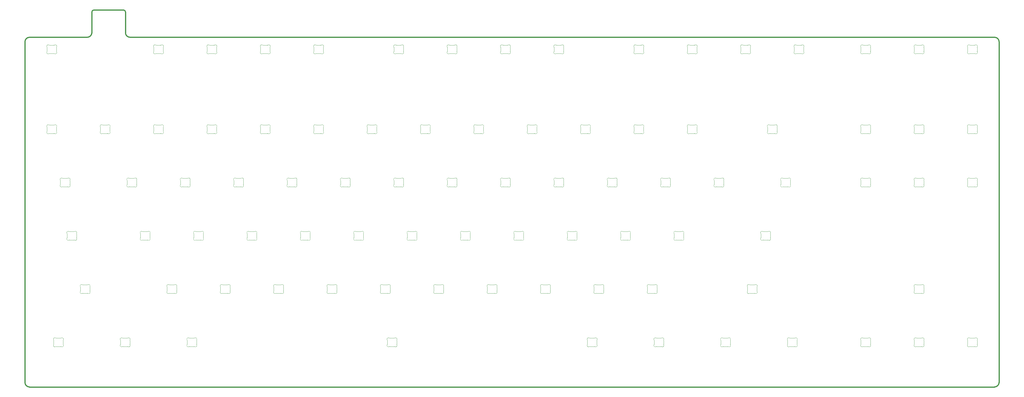
<source format=gbr>
%TF.GenerationSoftware,KiCad,Pcbnew,8.0.8*%
%TF.CreationDate,2025-02-03T21:48:35-05:00*%
%TF.ProjectId,OakSpring,4f616b53-7072-4696-9e67-2e6b69636164,rev?*%
%TF.SameCoordinates,Original*%
%TF.FileFunction,Profile,NP*%
%FSLAX46Y46*%
G04 Gerber Fmt 4.6, Leading zero omitted, Abs format (unit mm)*
G04 Created by KiCad (PCBNEW 8.0.8) date 2025-02-03 21:48:35*
%MOMM*%
%LPD*%
G01*
G04 APERTURE LIST*
%TA.AperFunction,Profile*%
%ADD10C,0.400000*%
%TD*%
%TA.AperFunction,Profile*%
%ADD11C,0.100000*%
%TD*%
G04 APERTURE END LIST*
D10*
X65997603Y-28275000D02*
X374659918Y-28275000D01*
X52399927Y-19229987D02*
G75*
G02*
X53110000Y-18530000I699973J87D01*
G01*
X30126678Y-153350000D02*
X374543174Y-153350000D01*
X376250000Y-151650000D02*
G75*
G02*
X374543174Y-153350000I-1703400J3400D01*
G01*
X30206826Y-28275000D02*
X50698498Y-28275000D01*
X374659918Y-28275000D02*
G75*
G02*
X376249998Y-29939798I-37318J-1627400D01*
G01*
X63710000Y-18530000D02*
G75*
G02*
X64410000Y-19230001I100J-699900D01*
G01*
X376250000Y-151650000D02*
X376250000Y-29939798D01*
X28525000Y-29876678D02*
G75*
G02*
X30206826Y-28278100I1640200J-41622D01*
G01*
X30126678Y-153350000D02*
G75*
G02*
X28525002Y-151650000I49122J1650800D01*
G01*
X52400000Y-26676430D02*
X52400000Y-19229987D01*
X63710000Y-18530000D02*
X53110000Y-18530000D01*
X64410000Y-26603012D02*
X64410000Y-19230001D01*
X52400000Y-26676430D02*
G75*
G02*
X50698498Y-28274998I-1650000J51430D01*
G01*
X65997603Y-28275000D02*
G75*
G02*
X64410000Y-26603012I42197J1629800D01*
G01*
X28525000Y-29876678D02*
X28525000Y-151650000D01*
D11*
%TO.C,LED23*%
X150700001Y-60472159D02*
X150700001Y-61877843D01*
X151605547Y-62675000D02*
X153194452Y-62675000D01*
X153194452Y-59675001D02*
X151605548Y-59675001D01*
X154099999Y-61877843D02*
X154099999Y-60472159D01*
X150650516Y-60255281D02*
G75*
G02*
X150700001Y-60472159I-450505J-216876D01*
G01*
X150650516Y-60255282D02*
G75*
G02*
X151353289Y-59606702I450514J216880D01*
G01*
X150700001Y-61877844D02*
G75*
G02*
X150650516Y-62094721I-499990J-1D01*
G01*
X151353289Y-62743299D02*
G75*
G02*
X150650517Y-62094721I-252258J431700D01*
G01*
X151353289Y-62743299D02*
G75*
G02*
X151605547Y-62675000I252261J-431710D01*
G01*
X151605548Y-59675001D02*
G75*
G02*
X151353289Y-59606702I2J500009D01*
G01*
X153194453Y-62675001D02*
G75*
G02*
X153446711Y-62743300I-3J-500009D01*
G01*
X153446710Y-59606702D02*
G75*
G02*
X153194452Y-59675000I-252260J431712D01*
G01*
X153446711Y-59606704D02*
G75*
G02*
X154149480Y-60255279I252259J-431696D01*
G01*
X154099999Y-60472158D02*
G75*
G02*
X154149484Y-60255281I500351J-82D01*
G01*
X154149484Y-62094721D02*
G75*
G02*
X153446711Y-62743300I-450514J-216879D01*
G01*
X154149484Y-62094721D02*
G75*
G02*
X154099987Y-61877843I451016J217021D01*
G01*
%TO.C,LED17*%
X36400001Y-60472159D02*
X36400001Y-61877843D01*
X37305547Y-62675000D02*
X38894452Y-62675000D01*
X38894452Y-59675001D02*
X37305548Y-59675001D01*
X39799999Y-61877843D02*
X39799999Y-60472159D01*
X36350516Y-60255281D02*
G75*
G02*
X36400001Y-60472159I-450505J-216876D01*
G01*
X36350516Y-60255282D02*
G75*
G02*
X37053289Y-59606702I450514J216880D01*
G01*
X36400001Y-61877844D02*
G75*
G02*
X36350516Y-62094721I-499990J-1D01*
G01*
X37053289Y-62743299D02*
G75*
G02*
X36350517Y-62094721I-252258J431700D01*
G01*
X37053289Y-62743299D02*
G75*
G02*
X37305547Y-62675000I252261J-431710D01*
G01*
X37305548Y-59675001D02*
G75*
G02*
X37053289Y-59606702I2J500009D01*
G01*
X38894453Y-62675001D02*
G75*
G02*
X39146711Y-62743300I-3J-500009D01*
G01*
X39146710Y-59606702D02*
G75*
G02*
X38894452Y-59675000I-252260J431712D01*
G01*
X39146711Y-59606704D02*
G75*
G02*
X39849480Y-60255279I252259J-431696D01*
G01*
X39799999Y-60472158D02*
G75*
G02*
X39849484Y-60255281I500351J-82D01*
G01*
X39849484Y-62094721D02*
G75*
G02*
X39146711Y-62743300I-450514J-216879D01*
G01*
X39849484Y-62094721D02*
G75*
G02*
X39799987Y-61877843I451016J217021D01*
G01*
%TO.C,LED43*%
X217375001Y-79522159D02*
X217375001Y-80927843D01*
X218280547Y-81725000D02*
X219869452Y-81725000D01*
X219869452Y-78725001D02*
X218280548Y-78725001D01*
X220774999Y-80927843D02*
X220774999Y-79522159D01*
X217325516Y-79305281D02*
G75*
G02*
X217375001Y-79522159I-450505J-216876D01*
G01*
X217325516Y-79305282D02*
G75*
G02*
X218028289Y-78656702I450514J216880D01*
G01*
X217375001Y-80927844D02*
G75*
G02*
X217325516Y-81144721I-499990J-1D01*
G01*
X218028289Y-81793299D02*
G75*
G02*
X217325517Y-81144721I-252258J431700D01*
G01*
X218028289Y-81793299D02*
G75*
G02*
X218280547Y-81725000I252261J-431710D01*
G01*
X218280548Y-78725001D02*
G75*
G02*
X218028289Y-78656702I2J500009D01*
G01*
X219869453Y-81725001D02*
G75*
G02*
X220121711Y-81793300I-3J-500009D01*
G01*
X220121710Y-78656702D02*
G75*
G02*
X219869452Y-78725000I-252260J431712D01*
G01*
X220121711Y-78656704D02*
G75*
G02*
X220824480Y-79305279I252259J-431696D01*
G01*
X220774999Y-79522158D02*
G75*
G02*
X220824484Y-79305281I500351J-82D01*
G01*
X220824484Y-81144721D02*
G75*
G02*
X220121711Y-81793300I-450514J-216879D01*
G01*
X220824484Y-81144721D02*
G75*
G02*
X220774987Y-80927843I451016J217021D01*
G01*
%TO.C,LED79*%
X86406251Y-136672159D02*
X86406251Y-138077843D01*
X87311797Y-138875000D02*
X88900702Y-138875000D01*
X88900702Y-135875001D02*
X87311798Y-135875001D01*
X89806249Y-138077843D02*
X89806249Y-136672159D01*
X86356766Y-136455281D02*
G75*
G02*
X86406251Y-136672159I-450505J-216876D01*
G01*
X86356766Y-136455282D02*
G75*
G02*
X87059539Y-135806702I450514J216880D01*
G01*
X86406251Y-138077844D02*
G75*
G02*
X86356766Y-138294721I-499990J-1D01*
G01*
X87059539Y-138943299D02*
G75*
G02*
X86356767Y-138294721I-252258J431700D01*
G01*
X87059539Y-138943299D02*
G75*
G02*
X87311797Y-138875000I252261J-431710D01*
G01*
X87311798Y-135875001D02*
G75*
G02*
X87059539Y-135806702I2J500009D01*
G01*
X88900703Y-138875001D02*
G75*
G02*
X89152961Y-138943300I-3J-500009D01*
G01*
X89152960Y-135806702D02*
G75*
G02*
X88900702Y-135875000I-252260J431712D01*
G01*
X89152961Y-135806704D02*
G75*
G02*
X89855730Y-136455279I252259J-431696D01*
G01*
X89806249Y-136672158D02*
G75*
G02*
X89855734Y-136455281I500351J-82D01*
G01*
X89855734Y-138294721D02*
G75*
G02*
X89152961Y-138943300I-450514J-216879D01*
G01*
X89855734Y-138294721D02*
G75*
G02*
X89806237Y-138077843I451016J217021D01*
G01*
%TO.C,LED29*%
X265000001Y-60472159D02*
X265000001Y-61877843D01*
X265905547Y-62675000D02*
X267494452Y-62675000D01*
X267494452Y-59675001D02*
X265905548Y-59675001D01*
X268399999Y-61877843D02*
X268399999Y-60472159D01*
X264950516Y-60255281D02*
G75*
G02*
X265000001Y-60472159I-450505J-216876D01*
G01*
X264950516Y-60255282D02*
G75*
G02*
X265653289Y-59606702I450514J216880D01*
G01*
X265000001Y-61877844D02*
G75*
G02*
X264950516Y-62094721I-499990J-1D01*
G01*
X265653289Y-62743299D02*
G75*
G02*
X264950517Y-62094721I-252258J431700D01*
G01*
X265653289Y-62743299D02*
G75*
G02*
X265905547Y-62675000I252261J-431710D01*
G01*
X265905548Y-59675001D02*
G75*
G02*
X265653289Y-59606702I2J500009D01*
G01*
X267494453Y-62675001D02*
G75*
G02*
X267746711Y-62743300I-3J-500009D01*
G01*
X267746710Y-59606702D02*
G75*
G02*
X267494452Y-59675000I-252260J431712D01*
G01*
X267746711Y-59606704D02*
G75*
G02*
X268449480Y-60255279I252259J-431696D01*
G01*
X268399999Y-60472158D02*
G75*
G02*
X268449484Y-60255281I500351J-82D01*
G01*
X268449484Y-62094721D02*
G75*
G02*
X267746711Y-62743300I-450514J-216879D01*
G01*
X268449484Y-62094721D02*
G75*
G02*
X268399987Y-61877843I451016J217021D01*
G01*
%TO.C,LED20*%
X93550001Y-60472159D02*
X93550001Y-61877843D01*
X94455547Y-62675000D02*
X96044452Y-62675000D01*
X96044452Y-59675001D02*
X94455548Y-59675001D01*
X96949999Y-61877843D02*
X96949999Y-60472159D01*
X93500516Y-60255281D02*
G75*
G02*
X93550001Y-60472159I-450505J-216876D01*
G01*
X93500516Y-60255282D02*
G75*
G02*
X94203289Y-59606702I450514J216880D01*
G01*
X93550001Y-61877844D02*
G75*
G02*
X93500516Y-62094721I-499990J-1D01*
G01*
X94203289Y-62743299D02*
G75*
G02*
X93500517Y-62094721I-252258J431700D01*
G01*
X94203289Y-62743299D02*
G75*
G02*
X94455547Y-62675000I252261J-431710D01*
G01*
X94455548Y-59675001D02*
G75*
G02*
X94203289Y-59606702I2J500009D01*
G01*
X96044453Y-62675001D02*
G75*
G02*
X96296711Y-62743300I-3J-500009D01*
G01*
X96296710Y-59606702D02*
G75*
G02*
X96044452Y-59675000I-252260J431712D01*
G01*
X96296711Y-59606704D02*
G75*
G02*
X96999480Y-60255279I252259J-431696D01*
G01*
X96949999Y-60472158D02*
G75*
G02*
X96999484Y-60255281I500351J-82D01*
G01*
X96999484Y-62094721D02*
G75*
G02*
X96296711Y-62743300I-450514J-216879D01*
G01*
X96999484Y-62094721D02*
G75*
G02*
X96949987Y-61877843I451016J217021D01*
G01*
%TO.C,LED1*%
X36400001Y-31897159D02*
X36400001Y-33302843D01*
X37305547Y-34100000D02*
X38894452Y-34100000D01*
X38894452Y-31100001D02*
X37305548Y-31100001D01*
X39799999Y-33302843D02*
X39799999Y-31897159D01*
X36350516Y-31680281D02*
G75*
G02*
X36400001Y-31897159I-450505J-216876D01*
G01*
X36350516Y-31680282D02*
G75*
G02*
X37053289Y-31031702I450514J216880D01*
G01*
X36400001Y-33302844D02*
G75*
G02*
X36350516Y-33519721I-499990J-1D01*
G01*
X37053289Y-34168299D02*
G75*
G02*
X36350517Y-33519721I-252258J431700D01*
G01*
X37053289Y-34168299D02*
G75*
G02*
X37305547Y-34100000I252261J-431710D01*
G01*
X37305548Y-31100001D02*
G75*
G02*
X37053289Y-31031702I2J500009D01*
G01*
X38894453Y-34100001D02*
G75*
G02*
X39146711Y-34168300I-3J-500009D01*
G01*
X39146710Y-31031702D02*
G75*
G02*
X38894452Y-31100000I-252260J431712D01*
G01*
X39146711Y-31031704D02*
G75*
G02*
X39849480Y-31680279I252259J-431696D01*
G01*
X39799999Y-31897158D02*
G75*
G02*
X39849484Y-31680281I500351J-82D01*
G01*
X39849484Y-33519721D02*
G75*
G02*
X39146711Y-34168300I-450514J-216879D01*
G01*
X39849484Y-33519721D02*
G75*
G02*
X39799987Y-33302843I451016J217021D01*
G01*
%TO.C,LED69*%
X155462501Y-117622159D02*
X155462501Y-119027843D01*
X156368047Y-119825000D02*
X157956952Y-119825000D01*
X157956952Y-116825001D02*
X156368048Y-116825001D01*
X158862499Y-119027843D02*
X158862499Y-117622159D01*
X155413016Y-117405281D02*
G75*
G02*
X155462501Y-117622159I-450505J-216876D01*
G01*
X155413016Y-117405282D02*
G75*
G02*
X156115789Y-116756702I450514J216880D01*
G01*
X155462501Y-119027844D02*
G75*
G02*
X155413016Y-119244721I-499990J-1D01*
G01*
X156115789Y-119893299D02*
G75*
G02*
X155413017Y-119244721I-252258J431700D01*
G01*
X156115789Y-119893299D02*
G75*
G02*
X156368047Y-119825000I252261J-431710D01*
G01*
X156368048Y-116825001D02*
G75*
G02*
X156115789Y-116756702I2J500009D01*
G01*
X157956953Y-119825001D02*
G75*
G02*
X158209211Y-119893300I-3J-500009D01*
G01*
X158209210Y-116756702D02*
G75*
G02*
X157956952Y-116825000I-252260J431712D01*
G01*
X158209211Y-116756704D02*
G75*
G02*
X158911980Y-117405279I252259J-431696D01*
G01*
X158862499Y-117622158D02*
G75*
G02*
X158911984Y-117405281I500351J-82D01*
G01*
X158911984Y-119244721D02*
G75*
G02*
X158209211Y-119893300I-450514J-216879D01*
G01*
X158911984Y-119244721D02*
G75*
G02*
X158862487Y-119027843I451016J217021D01*
G01*
%TO.C,LED77*%
X38781251Y-136672159D02*
X38781251Y-138077843D01*
X39686797Y-138875000D02*
X41275702Y-138875000D01*
X41275702Y-135875001D02*
X39686798Y-135875001D01*
X42181249Y-138077843D02*
X42181249Y-136672159D01*
X38731766Y-136455281D02*
G75*
G02*
X38781251Y-136672159I-450505J-216876D01*
G01*
X38731766Y-136455282D02*
G75*
G02*
X39434539Y-135806702I450514J216880D01*
G01*
X38781251Y-138077844D02*
G75*
G02*
X38731766Y-138294721I-499990J-1D01*
G01*
X39434539Y-138943299D02*
G75*
G02*
X38731767Y-138294721I-252258J431700D01*
G01*
X39434539Y-138943299D02*
G75*
G02*
X39686797Y-138875000I252261J-431710D01*
G01*
X39686798Y-135875001D02*
G75*
G02*
X39434539Y-135806702I2J500009D01*
G01*
X41275703Y-138875001D02*
G75*
G02*
X41527961Y-138943300I-3J-500009D01*
G01*
X41527960Y-135806702D02*
G75*
G02*
X41275702Y-135875000I-252260J431712D01*
G01*
X41527961Y-135806704D02*
G75*
G02*
X42230730Y-136455279I252259J-431696D01*
G01*
X42181249Y-136672158D02*
G75*
G02*
X42230734Y-136455281I500351J-82D01*
G01*
X42230734Y-138294721D02*
G75*
G02*
X41527961Y-138943300I-450514J-216879D01*
G01*
X42230734Y-138294721D02*
G75*
G02*
X42181237Y-138077843I451016J217021D01*
G01*
%TO.C,LED87*%
X365012501Y-136672159D02*
X365012501Y-138077843D01*
X365918047Y-138875000D02*
X367506952Y-138875000D01*
X367506952Y-135875001D02*
X365918048Y-135875001D01*
X368412499Y-138077843D02*
X368412499Y-136672159D01*
X364963016Y-136455281D02*
G75*
G02*
X365012501Y-136672159I-450505J-216876D01*
G01*
X364963016Y-136455282D02*
G75*
G02*
X365665789Y-135806702I450514J216880D01*
G01*
X365012501Y-138077844D02*
G75*
G02*
X364963016Y-138294721I-499990J-1D01*
G01*
X365665789Y-138943299D02*
G75*
G02*
X364963017Y-138294721I-252258J431700D01*
G01*
X365665789Y-138943299D02*
G75*
G02*
X365918047Y-138875000I252261J-431710D01*
G01*
X365918048Y-135875001D02*
G75*
G02*
X365665789Y-135806702I2J500009D01*
G01*
X367506953Y-138875001D02*
G75*
G02*
X367759211Y-138943300I-3J-500009D01*
G01*
X367759210Y-135806702D02*
G75*
G02*
X367506952Y-135875000I-252260J431712D01*
G01*
X367759211Y-135806704D02*
G75*
G02*
X368461980Y-136455279I252259J-431696D01*
G01*
X368412499Y-136672158D02*
G75*
G02*
X368461984Y-136455281I500351J-82D01*
G01*
X368461984Y-138294721D02*
G75*
G02*
X367759211Y-138943300I-450514J-216879D01*
G01*
X368461984Y-138294721D02*
G75*
G02*
X368412487Y-138077843I451016J217021D01*
G01*
%TO.C,LED34*%
X41162501Y-79522159D02*
X41162501Y-80927843D01*
X42068047Y-81725000D02*
X43656952Y-81725000D01*
X43656952Y-78725001D02*
X42068048Y-78725001D01*
X44562499Y-80927843D02*
X44562499Y-79522159D01*
X41113016Y-79305281D02*
G75*
G02*
X41162501Y-79522159I-450505J-216876D01*
G01*
X41113016Y-79305282D02*
G75*
G02*
X41815789Y-78656702I450514J216880D01*
G01*
X41162501Y-80927844D02*
G75*
G02*
X41113016Y-81144721I-499990J-1D01*
G01*
X41815789Y-81793299D02*
G75*
G02*
X41113017Y-81144721I-252258J431700D01*
G01*
X41815789Y-81793299D02*
G75*
G02*
X42068047Y-81725000I252261J-431710D01*
G01*
X42068048Y-78725001D02*
G75*
G02*
X41815789Y-78656702I2J500009D01*
G01*
X43656953Y-81725001D02*
G75*
G02*
X43909211Y-81793300I-3J-500009D01*
G01*
X43909210Y-78656702D02*
G75*
G02*
X43656952Y-78725000I-252260J431712D01*
G01*
X43909211Y-78656704D02*
G75*
G02*
X44611980Y-79305279I252259J-431696D01*
G01*
X44562499Y-79522158D02*
G75*
G02*
X44611984Y-79305281I500351J-82D01*
G01*
X44611984Y-81144721D02*
G75*
G02*
X43909211Y-81793300I-450514J-216879D01*
G01*
X44611984Y-81144721D02*
G75*
G02*
X44562487Y-80927843I451016J217021D01*
G01*
%TO.C,LED53*%
X88787501Y-98572159D02*
X88787501Y-99977843D01*
X89693047Y-100775000D02*
X91281952Y-100775000D01*
X91281952Y-97775001D02*
X89693048Y-97775001D01*
X92187499Y-99977843D02*
X92187499Y-98572159D01*
X88738016Y-98355281D02*
G75*
G02*
X88787501Y-98572159I-450505J-216876D01*
G01*
X88738016Y-98355282D02*
G75*
G02*
X89440789Y-97706702I450514J216880D01*
G01*
X88787501Y-99977844D02*
G75*
G02*
X88738016Y-100194721I-499990J-1D01*
G01*
X89440789Y-100843299D02*
G75*
G02*
X88738017Y-100194721I-252258J431700D01*
G01*
X89440789Y-100843299D02*
G75*
G02*
X89693047Y-100775000I252261J-431710D01*
G01*
X89693048Y-97775001D02*
G75*
G02*
X89440789Y-97706702I2J500009D01*
G01*
X91281953Y-100775001D02*
G75*
G02*
X91534211Y-100843300I-3J-500009D01*
G01*
X91534210Y-97706702D02*
G75*
G02*
X91281952Y-97775000I-252260J431712D01*
G01*
X91534211Y-97706704D02*
G75*
G02*
X92236980Y-98355279I252259J-431696D01*
G01*
X92187499Y-98572158D02*
G75*
G02*
X92236984Y-98355281I500351J-82D01*
G01*
X92236984Y-100194721D02*
G75*
G02*
X91534211Y-100843300I-450514J-216879D01*
G01*
X92236984Y-100194721D02*
G75*
G02*
X92187487Y-99977843I451016J217021D01*
G01*
%TO.C,LED28*%
X245950001Y-60472159D02*
X245950001Y-61877843D01*
X246855547Y-62675000D02*
X248444452Y-62675000D01*
X248444452Y-59675001D02*
X246855548Y-59675001D01*
X249349999Y-61877843D02*
X249349999Y-60472159D01*
X245900516Y-60255281D02*
G75*
G02*
X245950001Y-60472159I-450505J-216876D01*
G01*
X245900516Y-60255282D02*
G75*
G02*
X246603289Y-59606702I450514J216880D01*
G01*
X245950001Y-61877844D02*
G75*
G02*
X245900516Y-62094721I-499990J-1D01*
G01*
X246603289Y-62743299D02*
G75*
G02*
X245900517Y-62094721I-252258J431700D01*
G01*
X246603289Y-62743299D02*
G75*
G02*
X246855547Y-62675000I252261J-431710D01*
G01*
X246855548Y-59675001D02*
G75*
G02*
X246603289Y-59606702I2J500009D01*
G01*
X248444453Y-62675001D02*
G75*
G02*
X248696711Y-62743300I-3J-500009D01*
G01*
X248696710Y-59606702D02*
G75*
G02*
X248444452Y-59675000I-252260J431712D01*
G01*
X248696711Y-59606704D02*
G75*
G02*
X249399480Y-60255279I252259J-431696D01*
G01*
X249349999Y-60472158D02*
G75*
G02*
X249399484Y-60255281I500351J-82D01*
G01*
X249399484Y-62094721D02*
G75*
G02*
X248696711Y-62743300I-450514J-216879D01*
G01*
X249399484Y-62094721D02*
G75*
G02*
X249349987Y-61877843I451016J217021D01*
G01*
%TO.C,LED32*%
X345962501Y-60472159D02*
X345962501Y-61877843D01*
X346868047Y-62675000D02*
X348456952Y-62675000D01*
X348456952Y-59675001D02*
X346868048Y-59675001D01*
X349362499Y-61877843D02*
X349362499Y-60472159D01*
X345913016Y-60255281D02*
G75*
G02*
X345962501Y-60472159I-450505J-216876D01*
G01*
X345913016Y-60255282D02*
G75*
G02*
X346615789Y-59606702I450514J216880D01*
G01*
X345962501Y-61877844D02*
G75*
G02*
X345913016Y-62094721I-499990J-1D01*
G01*
X346615789Y-62743299D02*
G75*
G02*
X345913017Y-62094721I-252258J431700D01*
G01*
X346615789Y-62743299D02*
G75*
G02*
X346868047Y-62675000I252261J-431710D01*
G01*
X346868048Y-59675001D02*
G75*
G02*
X346615789Y-59606702I2J500009D01*
G01*
X348456953Y-62675001D02*
G75*
G02*
X348709211Y-62743300I-3J-500009D01*
G01*
X348709210Y-59606702D02*
G75*
G02*
X348456952Y-59675000I-252260J431712D01*
G01*
X348709211Y-59606704D02*
G75*
G02*
X349411980Y-60255279I252259J-431696D01*
G01*
X349362499Y-60472158D02*
G75*
G02*
X349411984Y-60255281I500351J-82D01*
G01*
X349411984Y-62094721D02*
G75*
G02*
X348709211Y-62743300I-450514J-216879D01*
G01*
X349411984Y-62094721D02*
G75*
G02*
X349362487Y-61877843I451016J217021D01*
G01*
%TO.C,LED76*%
X345962501Y-117622159D02*
X345962501Y-119027843D01*
X346868047Y-119825000D02*
X348456952Y-119825000D01*
X348456952Y-116825001D02*
X346868048Y-116825001D01*
X349362499Y-119027843D02*
X349362499Y-117622159D01*
X345913016Y-117405281D02*
G75*
G02*
X345962501Y-117622159I-450505J-216876D01*
G01*
X345913016Y-117405282D02*
G75*
G02*
X346615789Y-116756702I450514J216880D01*
G01*
X345962501Y-119027844D02*
G75*
G02*
X345913016Y-119244721I-499990J-1D01*
G01*
X346615789Y-119893299D02*
G75*
G02*
X345913017Y-119244721I-252258J431700D01*
G01*
X346615789Y-119893299D02*
G75*
G02*
X346868047Y-119825000I252261J-431710D01*
G01*
X346868048Y-116825001D02*
G75*
G02*
X346615789Y-116756702I2J500009D01*
G01*
X348456953Y-119825001D02*
G75*
G02*
X348709211Y-119893300I-3J-500009D01*
G01*
X348709210Y-116756702D02*
G75*
G02*
X348456952Y-116825000I-252260J431712D01*
G01*
X348709211Y-116756704D02*
G75*
G02*
X349411980Y-117405279I252259J-431696D01*
G01*
X349362499Y-117622158D02*
G75*
G02*
X349411984Y-117405281I500351J-82D01*
G01*
X349411984Y-119244721D02*
G75*
G02*
X348709211Y-119893300I-450514J-216879D01*
G01*
X349411984Y-119244721D02*
G75*
G02*
X349362487Y-119027843I451016J217021D01*
G01*
%TO.C,LED75*%
X286431251Y-117622159D02*
X286431251Y-119027843D01*
X287336797Y-119825000D02*
X288925702Y-119825000D01*
X288925702Y-116825001D02*
X287336798Y-116825001D01*
X289831249Y-119027843D02*
X289831249Y-117622159D01*
X286381766Y-117405281D02*
G75*
G02*
X286431251Y-117622159I-450505J-216876D01*
G01*
X286381766Y-117405282D02*
G75*
G02*
X287084539Y-116756702I450514J216880D01*
G01*
X286431251Y-119027844D02*
G75*
G02*
X286381766Y-119244721I-499990J-1D01*
G01*
X287084539Y-119893299D02*
G75*
G02*
X286381767Y-119244721I-252258J431700D01*
G01*
X287084539Y-119893299D02*
G75*
G02*
X287336797Y-119825000I252261J-431710D01*
G01*
X287336798Y-116825001D02*
G75*
G02*
X287084539Y-116756702I2J500009D01*
G01*
X288925703Y-119825001D02*
G75*
G02*
X289177961Y-119893300I-3J-500009D01*
G01*
X289177960Y-116756702D02*
G75*
G02*
X288925702Y-116825000I-252260J431712D01*
G01*
X289177961Y-116756704D02*
G75*
G02*
X289880730Y-117405279I252259J-431696D01*
G01*
X289831249Y-117622158D02*
G75*
G02*
X289880734Y-117405281I500351J-82D01*
G01*
X289880734Y-119244721D02*
G75*
G02*
X289177961Y-119893300I-450514J-216879D01*
G01*
X289880734Y-119244721D02*
G75*
G02*
X289831237Y-119027843I451016J217021D01*
G01*
%TO.C,LED78*%
X62593751Y-136672159D02*
X62593751Y-138077843D01*
X63499297Y-138875000D02*
X65088202Y-138875000D01*
X65088202Y-135875001D02*
X63499298Y-135875001D01*
X65993749Y-138077843D02*
X65993749Y-136672159D01*
X62544266Y-136455281D02*
G75*
G02*
X62593751Y-136672159I-450505J-216876D01*
G01*
X62544266Y-136455282D02*
G75*
G02*
X63247039Y-135806702I450514J216880D01*
G01*
X62593751Y-138077844D02*
G75*
G02*
X62544266Y-138294721I-499990J-1D01*
G01*
X63247039Y-138943299D02*
G75*
G02*
X62544267Y-138294721I-252258J431700D01*
G01*
X63247039Y-138943299D02*
G75*
G02*
X63499297Y-138875000I252261J-431710D01*
G01*
X63499298Y-135875001D02*
G75*
G02*
X63247039Y-135806702I2J500009D01*
G01*
X65088203Y-138875001D02*
G75*
G02*
X65340461Y-138943300I-3J-500009D01*
G01*
X65340460Y-135806702D02*
G75*
G02*
X65088202Y-135875000I-252260J431712D01*
G01*
X65340461Y-135806704D02*
G75*
G02*
X66043230Y-136455279I252259J-431696D01*
G01*
X65993749Y-136672158D02*
G75*
G02*
X66043234Y-136455281I500351J-82D01*
G01*
X66043234Y-138294721D02*
G75*
G02*
X65340461Y-138943300I-450514J-216879D01*
G01*
X66043234Y-138294721D02*
G75*
G02*
X65993737Y-138077843I451016J217021D01*
G01*
%TO.C,LED70*%
X174512501Y-117622159D02*
X174512501Y-119027843D01*
X175418047Y-119825000D02*
X177006952Y-119825000D01*
X177006952Y-116825001D02*
X175418048Y-116825001D01*
X177912499Y-119027843D02*
X177912499Y-117622159D01*
X174463016Y-117405281D02*
G75*
G02*
X174512501Y-117622159I-450505J-216876D01*
G01*
X174463016Y-117405282D02*
G75*
G02*
X175165789Y-116756702I450514J216880D01*
G01*
X174512501Y-119027844D02*
G75*
G02*
X174463016Y-119244721I-499990J-1D01*
G01*
X175165789Y-119893299D02*
G75*
G02*
X174463017Y-119244721I-252258J431700D01*
G01*
X175165789Y-119893299D02*
G75*
G02*
X175418047Y-119825000I252261J-431710D01*
G01*
X175418048Y-116825001D02*
G75*
G02*
X175165789Y-116756702I2J500009D01*
G01*
X177006953Y-119825001D02*
G75*
G02*
X177259211Y-119893300I-3J-500009D01*
G01*
X177259210Y-116756702D02*
G75*
G02*
X177006952Y-116825000I-252260J431712D01*
G01*
X177259211Y-116756704D02*
G75*
G02*
X177961980Y-117405279I252259J-431696D01*
G01*
X177912499Y-117622158D02*
G75*
G02*
X177961984Y-117405281I500351J-82D01*
G01*
X177961984Y-119244721D02*
G75*
G02*
X177259211Y-119893300I-450514J-216879D01*
G01*
X177961984Y-119244721D02*
G75*
G02*
X177912487Y-119027843I451016J217021D01*
G01*
%TO.C,LED50*%
X365012501Y-79522159D02*
X365012501Y-80927843D01*
X365918047Y-81725000D02*
X367506952Y-81725000D01*
X367506952Y-78725001D02*
X365918048Y-78725001D01*
X368412499Y-80927843D02*
X368412499Y-79522159D01*
X364963016Y-79305281D02*
G75*
G02*
X365012501Y-79522159I-450505J-216876D01*
G01*
X364963016Y-79305282D02*
G75*
G02*
X365665789Y-78656702I450514J216880D01*
G01*
X365012501Y-80927844D02*
G75*
G02*
X364963016Y-81144721I-499990J-1D01*
G01*
X365665789Y-81793299D02*
G75*
G02*
X364963017Y-81144721I-252258J431700D01*
G01*
X365665789Y-81793299D02*
G75*
G02*
X365918047Y-81725000I252261J-431710D01*
G01*
X365918048Y-78725001D02*
G75*
G02*
X365665789Y-78656702I2J500009D01*
G01*
X367506953Y-81725001D02*
G75*
G02*
X367759211Y-81793300I-3J-500009D01*
G01*
X367759210Y-78656702D02*
G75*
G02*
X367506952Y-78725000I-252260J431712D01*
G01*
X367759211Y-78656704D02*
G75*
G02*
X368461980Y-79305279I252259J-431696D01*
G01*
X368412499Y-79522158D02*
G75*
G02*
X368461984Y-79305281I500351J-82D01*
G01*
X368461984Y-81144721D02*
G75*
G02*
X367759211Y-81793300I-450514J-216879D01*
G01*
X368461984Y-81144721D02*
G75*
G02*
X368412487Y-80927843I451016J217021D01*
G01*
%TO.C,LED16*%
X365012501Y-31897159D02*
X365012501Y-33302843D01*
X365918047Y-34100000D02*
X367506952Y-34100000D01*
X367506952Y-31100001D02*
X365918048Y-31100001D01*
X368412499Y-33302843D02*
X368412499Y-31897159D01*
X364963016Y-31680281D02*
G75*
G02*
X365012501Y-31897159I-450505J-216876D01*
G01*
X364963016Y-31680282D02*
G75*
G02*
X365665789Y-31031702I450514J216880D01*
G01*
X365012501Y-33302844D02*
G75*
G02*
X364963016Y-33519721I-499990J-1D01*
G01*
X365665789Y-34168299D02*
G75*
G02*
X364963017Y-33519721I-252258J431700D01*
G01*
X365665789Y-34168299D02*
G75*
G02*
X365918047Y-34100000I252261J-431710D01*
G01*
X365918048Y-31100001D02*
G75*
G02*
X365665789Y-31031702I2J500009D01*
G01*
X367506953Y-34100001D02*
G75*
G02*
X367759211Y-34168300I-3J-500009D01*
G01*
X367759210Y-31031702D02*
G75*
G02*
X367506952Y-31100000I-252260J431712D01*
G01*
X367759211Y-31031704D02*
G75*
G02*
X368461980Y-31680279I252259J-431696D01*
G01*
X368412499Y-31897158D02*
G75*
G02*
X368461984Y-31680281I500351J-82D01*
G01*
X368461984Y-33519721D02*
G75*
G02*
X367759211Y-34168300I-450514J-216879D01*
G01*
X368461984Y-33519721D02*
G75*
G02*
X368412487Y-33302843I451016J217021D01*
G01*
%TO.C,LED33*%
X365012501Y-60472159D02*
X365012501Y-61877843D01*
X365918047Y-62675000D02*
X367506952Y-62675000D01*
X367506952Y-59675001D02*
X365918048Y-59675001D01*
X368412499Y-61877843D02*
X368412499Y-60472159D01*
X364963016Y-60255281D02*
G75*
G02*
X365012501Y-60472159I-450505J-216876D01*
G01*
X364963016Y-60255282D02*
G75*
G02*
X365665789Y-59606702I450514J216880D01*
G01*
X365012501Y-61877844D02*
G75*
G02*
X364963016Y-62094721I-499990J-1D01*
G01*
X365665789Y-62743299D02*
G75*
G02*
X364963017Y-62094721I-252258J431700D01*
G01*
X365665789Y-62743299D02*
G75*
G02*
X365918047Y-62675000I252261J-431710D01*
G01*
X365918048Y-59675001D02*
G75*
G02*
X365665789Y-59606702I2J500009D01*
G01*
X367506953Y-62675001D02*
G75*
G02*
X367759211Y-62743300I-3J-500009D01*
G01*
X367759210Y-59606702D02*
G75*
G02*
X367506952Y-59675000I-252260J431712D01*
G01*
X367759211Y-59606704D02*
G75*
G02*
X368461980Y-60255279I252259J-431696D01*
G01*
X368412499Y-60472158D02*
G75*
G02*
X368461984Y-60255281I500351J-82D01*
G01*
X368461984Y-62094721D02*
G75*
G02*
X367759211Y-62743300I-450514J-216879D01*
G01*
X368461984Y-62094721D02*
G75*
G02*
X368412487Y-61877843I451016J217021D01*
G01*
%TO.C,LED42*%
X198325001Y-79522159D02*
X198325001Y-80927843D01*
X199230547Y-81725000D02*
X200819452Y-81725000D01*
X200819452Y-78725001D02*
X199230548Y-78725001D01*
X201724999Y-80927843D02*
X201724999Y-79522159D01*
X198275516Y-79305281D02*
G75*
G02*
X198325001Y-79522159I-450505J-216876D01*
G01*
X198275516Y-79305282D02*
G75*
G02*
X198978289Y-78656702I450514J216880D01*
G01*
X198325001Y-80927844D02*
G75*
G02*
X198275516Y-81144721I-499990J-1D01*
G01*
X198978289Y-81793299D02*
G75*
G02*
X198275517Y-81144721I-252258J431700D01*
G01*
X198978289Y-81793299D02*
G75*
G02*
X199230547Y-81725000I252261J-431710D01*
G01*
X199230548Y-78725001D02*
G75*
G02*
X198978289Y-78656702I2J500009D01*
G01*
X200819453Y-81725001D02*
G75*
G02*
X201071711Y-81793300I-3J-500009D01*
G01*
X201071710Y-78656702D02*
G75*
G02*
X200819452Y-78725000I-252260J431712D01*
G01*
X201071711Y-78656704D02*
G75*
G02*
X201774480Y-79305279I252259J-431696D01*
G01*
X201724999Y-79522158D02*
G75*
G02*
X201774484Y-79305281I500351J-82D01*
G01*
X201774484Y-81144721D02*
G75*
G02*
X201071711Y-81793300I-450514J-216879D01*
G01*
X201774484Y-81144721D02*
G75*
G02*
X201724987Y-80927843I451016J217021D01*
G01*
%TO.C,LED30*%
X293575001Y-60472159D02*
X293575001Y-61877843D01*
X294480547Y-62675000D02*
X296069452Y-62675000D01*
X296069452Y-59675001D02*
X294480548Y-59675001D01*
X296974999Y-61877843D02*
X296974999Y-60472159D01*
X293525516Y-60255281D02*
G75*
G02*
X293575001Y-60472159I-450505J-216876D01*
G01*
X293525516Y-60255282D02*
G75*
G02*
X294228289Y-59606702I450514J216880D01*
G01*
X293575001Y-61877844D02*
G75*
G02*
X293525516Y-62094721I-499990J-1D01*
G01*
X294228289Y-62743299D02*
G75*
G02*
X293525517Y-62094721I-252258J431700D01*
G01*
X294228289Y-62743299D02*
G75*
G02*
X294480547Y-62675000I252261J-431710D01*
G01*
X294480548Y-59675001D02*
G75*
G02*
X294228289Y-59606702I2J500009D01*
G01*
X296069453Y-62675001D02*
G75*
G02*
X296321711Y-62743300I-3J-500009D01*
G01*
X296321710Y-59606702D02*
G75*
G02*
X296069452Y-59675000I-252260J431712D01*
G01*
X296321711Y-59606704D02*
G75*
G02*
X297024480Y-60255279I252259J-431696D01*
G01*
X296974999Y-60472158D02*
G75*
G02*
X297024484Y-60255281I500351J-82D01*
G01*
X297024484Y-62094721D02*
G75*
G02*
X296321711Y-62743300I-450514J-216879D01*
G01*
X297024484Y-62094721D02*
G75*
G02*
X296974987Y-61877843I451016J217021D01*
G01*
%TO.C,LED60*%
X222137501Y-98572159D02*
X222137501Y-99977843D01*
X223043047Y-100775000D02*
X224631952Y-100775000D01*
X224631952Y-97775001D02*
X223043048Y-97775001D01*
X225537499Y-99977843D02*
X225537499Y-98572159D01*
X222088016Y-98355281D02*
G75*
G02*
X222137501Y-98572159I-450505J-216876D01*
G01*
X222088016Y-98355282D02*
G75*
G02*
X222790789Y-97706702I450514J216880D01*
G01*
X222137501Y-99977844D02*
G75*
G02*
X222088016Y-100194721I-499990J-1D01*
G01*
X222790789Y-100843299D02*
G75*
G02*
X222088017Y-100194721I-252258J431700D01*
G01*
X222790789Y-100843299D02*
G75*
G02*
X223043047Y-100775000I252261J-431710D01*
G01*
X223043048Y-97775001D02*
G75*
G02*
X222790789Y-97706702I2J500009D01*
G01*
X224631953Y-100775001D02*
G75*
G02*
X224884211Y-100843300I-3J-500009D01*
G01*
X224884210Y-97706702D02*
G75*
G02*
X224631952Y-97775000I-252260J431712D01*
G01*
X224884211Y-97706704D02*
G75*
G02*
X225586980Y-98355279I252259J-431696D01*
G01*
X225537499Y-98572158D02*
G75*
G02*
X225586984Y-98355281I500351J-82D01*
G01*
X225586984Y-100194721D02*
G75*
G02*
X224884211Y-100843300I-450514J-216879D01*
G01*
X225586984Y-100194721D02*
G75*
G02*
X225537487Y-99977843I451016J217021D01*
G01*
%TO.C,LED6*%
X160225001Y-31897159D02*
X160225001Y-33302843D01*
X161130547Y-34100000D02*
X162719452Y-34100000D01*
X162719452Y-31100001D02*
X161130548Y-31100001D01*
X163624999Y-33302843D02*
X163624999Y-31897159D01*
X160175516Y-31680281D02*
G75*
G02*
X160225001Y-31897159I-450505J-216876D01*
G01*
X160175516Y-31680282D02*
G75*
G02*
X160878289Y-31031702I450514J216880D01*
G01*
X160225001Y-33302844D02*
G75*
G02*
X160175516Y-33519721I-499990J-1D01*
G01*
X160878289Y-34168299D02*
G75*
G02*
X160175517Y-33519721I-252258J431700D01*
G01*
X160878289Y-34168299D02*
G75*
G02*
X161130547Y-34100000I252261J-431710D01*
G01*
X161130548Y-31100001D02*
G75*
G02*
X160878289Y-31031702I2J500009D01*
G01*
X162719453Y-34100001D02*
G75*
G02*
X162971711Y-34168300I-3J-500009D01*
G01*
X162971710Y-31031702D02*
G75*
G02*
X162719452Y-31100000I-252260J431712D01*
G01*
X162971711Y-31031704D02*
G75*
G02*
X163674480Y-31680279I252259J-431696D01*
G01*
X163624999Y-31897158D02*
G75*
G02*
X163674484Y-31680281I500351J-82D01*
G01*
X163674484Y-33519721D02*
G75*
G02*
X162971711Y-34168300I-450514J-216879D01*
G01*
X163674484Y-33519721D02*
G75*
G02*
X163624987Y-33302843I451016J217021D01*
G01*
%TO.C,LED71*%
X193562501Y-117622159D02*
X193562501Y-119027843D01*
X194468047Y-119825000D02*
X196056952Y-119825000D01*
X196056952Y-116825001D02*
X194468048Y-116825001D01*
X196962499Y-119027843D02*
X196962499Y-117622159D01*
X193513016Y-117405281D02*
G75*
G02*
X193562501Y-117622159I-450505J-216876D01*
G01*
X193513016Y-117405282D02*
G75*
G02*
X194215789Y-116756702I450514J216880D01*
G01*
X193562501Y-119027844D02*
G75*
G02*
X193513016Y-119244721I-499990J-1D01*
G01*
X194215789Y-119893299D02*
G75*
G02*
X193513017Y-119244721I-252258J431700D01*
G01*
X194215789Y-119893299D02*
G75*
G02*
X194468047Y-119825000I252261J-431710D01*
G01*
X194468048Y-116825001D02*
G75*
G02*
X194215789Y-116756702I2J500009D01*
G01*
X196056953Y-119825001D02*
G75*
G02*
X196309211Y-119893300I-3J-500009D01*
G01*
X196309210Y-116756702D02*
G75*
G02*
X196056952Y-116825000I-252260J431712D01*
G01*
X196309211Y-116756704D02*
G75*
G02*
X197011980Y-117405279I252259J-431696D01*
G01*
X196962499Y-117622158D02*
G75*
G02*
X197011984Y-117405281I500351J-82D01*
G01*
X197011984Y-119244721D02*
G75*
G02*
X196309211Y-119893300I-450514J-216879D01*
G01*
X197011984Y-119244721D02*
G75*
G02*
X196962487Y-119027843I451016J217021D01*
G01*
%TO.C,LED11*%
X265000001Y-31897159D02*
X265000001Y-33302843D01*
X265905547Y-34100000D02*
X267494452Y-34100000D01*
X267494452Y-31100001D02*
X265905548Y-31100001D01*
X268399999Y-33302843D02*
X268399999Y-31897159D01*
X264950516Y-31680281D02*
G75*
G02*
X265000001Y-31897159I-450505J-216876D01*
G01*
X264950516Y-31680282D02*
G75*
G02*
X265653289Y-31031702I450514J216880D01*
G01*
X265000001Y-33302844D02*
G75*
G02*
X264950516Y-33519721I-499990J-1D01*
G01*
X265653289Y-34168299D02*
G75*
G02*
X264950517Y-33519721I-252258J431700D01*
G01*
X265653289Y-34168299D02*
G75*
G02*
X265905547Y-34100000I252261J-431710D01*
G01*
X265905548Y-31100001D02*
G75*
G02*
X265653289Y-31031702I2J500009D01*
G01*
X267494453Y-34100001D02*
G75*
G02*
X267746711Y-34168300I-3J-500009D01*
G01*
X267746710Y-31031702D02*
G75*
G02*
X267494452Y-31100000I-252260J431712D01*
G01*
X267746711Y-31031704D02*
G75*
G02*
X268449480Y-31680279I252259J-431696D01*
G01*
X268399999Y-31897158D02*
G75*
G02*
X268449484Y-31680281I500351J-82D01*
G01*
X268449484Y-33519721D02*
G75*
G02*
X267746711Y-34168300I-450514J-216879D01*
G01*
X268449484Y-33519721D02*
G75*
G02*
X268399987Y-33302843I451016J217021D01*
G01*
%TO.C,LED51*%
X43543751Y-98572159D02*
X43543751Y-99977843D01*
X44449297Y-100775000D02*
X46038202Y-100775000D01*
X46038202Y-97775001D02*
X44449298Y-97775001D01*
X46943749Y-99977843D02*
X46943749Y-98572159D01*
X43494266Y-98355281D02*
G75*
G02*
X43543751Y-98572159I-450505J-216876D01*
G01*
X43494266Y-98355282D02*
G75*
G02*
X44197039Y-97706702I450514J216880D01*
G01*
X43543751Y-99977844D02*
G75*
G02*
X43494266Y-100194721I-499990J-1D01*
G01*
X44197039Y-100843299D02*
G75*
G02*
X43494267Y-100194721I-252258J431700D01*
G01*
X44197039Y-100843299D02*
G75*
G02*
X44449297Y-100775000I252261J-431710D01*
G01*
X44449298Y-97775001D02*
G75*
G02*
X44197039Y-97706702I2J500009D01*
G01*
X46038203Y-100775001D02*
G75*
G02*
X46290461Y-100843300I-3J-500009D01*
G01*
X46290460Y-97706702D02*
G75*
G02*
X46038202Y-97775000I-252260J431712D01*
G01*
X46290461Y-97706704D02*
G75*
G02*
X46993230Y-98355279I252259J-431696D01*
G01*
X46943749Y-98572158D02*
G75*
G02*
X46993234Y-98355281I500351J-82D01*
G01*
X46993234Y-100194721D02*
G75*
G02*
X46290461Y-100843300I-450514J-216879D01*
G01*
X46993234Y-100194721D02*
G75*
G02*
X46943737Y-99977843I451016J217021D01*
G01*
%TO.C,LED63*%
X291193751Y-98572159D02*
X291193751Y-99977843D01*
X292099297Y-100775000D02*
X293688202Y-100775000D01*
X293688202Y-97775001D02*
X292099298Y-97775001D01*
X294593749Y-99977843D02*
X294593749Y-98572159D01*
X291144266Y-98355281D02*
G75*
G02*
X291193751Y-98572159I-450505J-216876D01*
G01*
X291144266Y-98355282D02*
G75*
G02*
X291847039Y-97706702I450514J216880D01*
G01*
X291193751Y-99977844D02*
G75*
G02*
X291144266Y-100194721I-499990J-1D01*
G01*
X291847039Y-100843299D02*
G75*
G02*
X291144267Y-100194721I-252258J431700D01*
G01*
X291847039Y-100843299D02*
G75*
G02*
X292099297Y-100775000I252261J-431710D01*
G01*
X292099298Y-97775001D02*
G75*
G02*
X291847039Y-97706702I2J500009D01*
G01*
X293688203Y-100775001D02*
G75*
G02*
X293940461Y-100843300I-3J-500009D01*
G01*
X293940460Y-97706702D02*
G75*
G02*
X293688202Y-97775000I-252260J431712D01*
G01*
X293940461Y-97706704D02*
G75*
G02*
X294643230Y-98355279I252259J-431696D01*
G01*
X294593749Y-98572158D02*
G75*
G02*
X294643234Y-98355281I500351J-82D01*
G01*
X294643234Y-100194721D02*
G75*
G02*
X293940461Y-100843300I-450514J-216879D01*
G01*
X294643234Y-100194721D02*
G75*
G02*
X294593737Y-99977843I451016J217021D01*
G01*
%TO.C,LED15*%
X345962501Y-31897159D02*
X345962501Y-33302843D01*
X346868047Y-34100000D02*
X348456952Y-34100000D01*
X348456952Y-31100001D02*
X346868048Y-31100001D01*
X349362499Y-33302843D02*
X349362499Y-31897159D01*
X345913016Y-31680281D02*
G75*
G02*
X345962501Y-31897159I-450505J-216876D01*
G01*
X345913016Y-31680282D02*
G75*
G02*
X346615789Y-31031702I450514J216880D01*
G01*
X345962501Y-33302844D02*
G75*
G02*
X345913016Y-33519721I-499990J-1D01*
G01*
X346615789Y-34168299D02*
G75*
G02*
X345913017Y-33519721I-252258J431700D01*
G01*
X346615789Y-34168299D02*
G75*
G02*
X346868047Y-34100000I252261J-431710D01*
G01*
X346868048Y-31100001D02*
G75*
G02*
X346615789Y-31031702I2J500009D01*
G01*
X348456953Y-34100001D02*
G75*
G02*
X348709211Y-34168300I-3J-500009D01*
G01*
X348709210Y-31031702D02*
G75*
G02*
X348456952Y-31100000I-252260J431712D01*
G01*
X348709211Y-31031704D02*
G75*
G02*
X349411980Y-31680279I252259J-431696D01*
G01*
X349362499Y-31897158D02*
G75*
G02*
X349411984Y-31680281I500351J-82D01*
G01*
X349411984Y-33519721D02*
G75*
G02*
X348709211Y-34168300I-450514J-216879D01*
G01*
X349411984Y-33519721D02*
G75*
G02*
X349362487Y-33302843I451016J217021D01*
G01*
%TO.C,LED19*%
X74500001Y-60472159D02*
X74500001Y-61877843D01*
X75405547Y-62675000D02*
X76994452Y-62675000D01*
X76994452Y-59675001D02*
X75405548Y-59675001D01*
X77899999Y-61877843D02*
X77899999Y-60472159D01*
X74450516Y-60255281D02*
G75*
G02*
X74500001Y-60472159I-450505J-216876D01*
G01*
X74450516Y-60255282D02*
G75*
G02*
X75153289Y-59606702I450514J216880D01*
G01*
X74500001Y-61877844D02*
G75*
G02*
X74450516Y-62094721I-499990J-1D01*
G01*
X75153289Y-62743299D02*
G75*
G02*
X74450517Y-62094721I-252258J431700D01*
G01*
X75153289Y-62743299D02*
G75*
G02*
X75405547Y-62675000I252261J-431710D01*
G01*
X75405548Y-59675001D02*
G75*
G02*
X75153289Y-59606702I2J500009D01*
G01*
X76994453Y-62675001D02*
G75*
G02*
X77246711Y-62743300I-3J-500009D01*
G01*
X77246710Y-59606702D02*
G75*
G02*
X76994452Y-59675000I-252260J431712D01*
G01*
X77246711Y-59606704D02*
G75*
G02*
X77949480Y-60255279I252259J-431696D01*
G01*
X77899999Y-60472158D02*
G75*
G02*
X77949484Y-60255281I500351J-82D01*
G01*
X77949484Y-62094721D02*
G75*
G02*
X77246711Y-62743300I-450514J-216879D01*
G01*
X77949484Y-62094721D02*
G75*
G02*
X77899987Y-61877843I451016J217021D01*
G01*
%TO.C,LED7*%
X179275001Y-31897159D02*
X179275001Y-33302843D01*
X180180547Y-34100000D02*
X181769452Y-34100000D01*
X181769452Y-31100001D02*
X180180548Y-31100001D01*
X182674999Y-33302843D02*
X182674999Y-31897159D01*
X179225516Y-31680281D02*
G75*
G02*
X179275001Y-31897159I-450505J-216876D01*
G01*
X179225516Y-31680282D02*
G75*
G02*
X179928289Y-31031702I450514J216880D01*
G01*
X179275001Y-33302844D02*
G75*
G02*
X179225516Y-33519721I-499990J-1D01*
G01*
X179928289Y-34168299D02*
G75*
G02*
X179225517Y-33519721I-252258J431700D01*
G01*
X179928289Y-34168299D02*
G75*
G02*
X180180547Y-34100000I252261J-431710D01*
G01*
X180180548Y-31100001D02*
G75*
G02*
X179928289Y-31031702I2J500009D01*
G01*
X181769453Y-34100001D02*
G75*
G02*
X182021711Y-34168300I-3J-500009D01*
G01*
X182021710Y-31031702D02*
G75*
G02*
X181769452Y-31100000I-252260J431712D01*
G01*
X182021711Y-31031704D02*
G75*
G02*
X182724480Y-31680279I252259J-431696D01*
G01*
X182674999Y-31897158D02*
G75*
G02*
X182724484Y-31680281I500351J-82D01*
G01*
X182724484Y-33519721D02*
G75*
G02*
X182021711Y-34168300I-450514J-216879D01*
G01*
X182724484Y-33519721D02*
G75*
G02*
X182674987Y-33302843I451016J217021D01*
G01*
%TO.C,LED85*%
X326912501Y-136672159D02*
X326912501Y-138077843D01*
X327818047Y-138875000D02*
X329406952Y-138875000D01*
X329406952Y-135875001D02*
X327818048Y-135875001D01*
X330312499Y-138077843D02*
X330312499Y-136672159D01*
X326863016Y-136455281D02*
G75*
G02*
X326912501Y-136672159I-450505J-216876D01*
G01*
X326863016Y-136455282D02*
G75*
G02*
X327565789Y-135806702I450514J216880D01*
G01*
X326912501Y-138077844D02*
G75*
G02*
X326863016Y-138294721I-499990J-1D01*
G01*
X327565789Y-138943299D02*
G75*
G02*
X326863017Y-138294721I-252258J431700D01*
G01*
X327565789Y-138943299D02*
G75*
G02*
X327818047Y-138875000I252261J-431710D01*
G01*
X327818048Y-135875001D02*
G75*
G02*
X327565789Y-135806702I2J500009D01*
G01*
X329406953Y-138875001D02*
G75*
G02*
X329659211Y-138943300I-3J-500009D01*
G01*
X329659210Y-135806702D02*
G75*
G02*
X329406952Y-135875000I-252260J431712D01*
G01*
X329659211Y-135806704D02*
G75*
G02*
X330361980Y-136455279I252259J-431696D01*
G01*
X330312499Y-136672158D02*
G75*
G02*
X330361984Y-136455281I500351J-82D01*
G01*
X330361984Y-138294721D02*
G75*
G02*
X329659211Y-138943300I-450514J-216879D01*
G01*
X330361984Y-138294721D02*
G75*
G02*
X330312487Y-138077843I451016J217021D01*
G01*
%TO.C,LED18*%
X55450001Y-60472159D02*
X55450001Y-61877843D01*
X56355547Y-62675000D02*
X57944452Y-62675000D01*
X57944452Y-59675001D02*
X56355548Y-59675001D01*
X58849999Y-61877843D02*
X58849999Y-60472159D01*
X55400516Y-60255281D02*
G75*
G02*
X55450001Y-60472159I-450505J-216876D01*
G01*
X55400516Y-60255282D02*
G75*
G02*
X56103289Y-59606702I450514J216880D01*
G01*
X55450001Y-61877844D02*
G75*
G02*
X55400516Y-62094721I-499990J-1D01*
G01*
X56103289Y-62743299D02*
G75*
G02*
X55400517Y-62094721I-252258J431700D01*
G01*
X56103289Y-62743299D02*
G75*
G02*
X56355547Y-62675000I252261J-431710D01*
G01*
X56355548Y-59675001D02*
G75*
G02*
X56103289Y-59606702I2J500009D01*
G01*
X57944453Y-62675001D02*
G75*
G02*
X58196711Y-62743300I-3J-500009D01*
G01*
X58196710Y-59606702D02*
G75*
G02*
X57944452Y-59675000I-252260J431712D01*
G01*
X58196711Y-59606704D02*
G75*
G02*
X58899480Y-60255279I252259J-431696D01*
G01*
X58849999Y-60472158D02*
G75*
G02*
X58899484Y-60255281I500351J-82D01*
G01*
X58899484Y-62094721D02*
G75*
G02*
X58196711Y-62743300I-450514J-216879D01*
G01*
X58899484Y-62094721D02*
G75*
G02*
X58849987Y-61877843I451016J217021D01*
G01*
%TO.C,LED80*%
X157843751Y-136672159D02*
X157843751Y-138077843D01*
X158749297Y-138875000D02*
X160338202Y-138875000D01*
X160338202Y-135875001D02*
X158749298Y-135875001D01*
X161243749Y-138077843D02*
X161243749Y-136672159D01*
X157794266Y-136455281D02*
G75*
G02*
X157843751Y-136672159I-450505J-216876D01*
G01*
X157794266Y-136455282D02*
G75*
G02*
X158497039Y-135806702I450514J216880D01*
G01*
X157843751Y-138077844D02*
G75*
G02*
X157794266Y-138294721I-499990J-1D01*
G01*
X158497039Y-138943299D02*
G75*
G02*
X157794267Y-138294721I-252258J431700D01*
G01*
X158497039Y-138943299D02*
G75*
G02*
X158749297Y-138875000I252261J-431710D01*
G01*
X158749298Y-135875001D02*
G75*
G02*
X158497039Y-135806702I2J500009D01*
G01*
X160338203Y-138875001D02*
G75*
G02*
X160590461Y-138943300I-3J-500009D01*
G01*
X160590460Y-135806702D02*
G75*
G02*
X160338202Y-135875000I-252260J431712D01*
G01*
X160590461Y-135806704D02*
G75*
G02*
X161293230Y-136455279I252259J-431696D01*
G01*
X161243749Y-136672158D02*
G75*
G02*
X161293234Y-136455281I500351J-82D01*
G01*
X161293234Y-138294721D02*
G75*
G02*
X160590461Y-138943300I-450514J-216879D01*
G01*
X161293234Y-138294721D02*
G75*
G02*
X161243737Y-138077843I451016J217021D01*
G01*
%TO.C,LED36*%
X84025001Y-79522159D02*
X84025001Y-80927843D01*
X84930547Y-81725000D02*
X86519452Y-81725000D01*
X86519452Y-78725001D02*
X84930548Y-78725001D01*
X87424999Y-80927843D02*
X87424999Y-79522159D01*
X83975516Y-79305281D02*
G75*
G02*
X84025001Y-79522159I-450505J-216876D01*
G01*
X83975516Y-79305282D02*
G75*
G02*
X84678289Y-78656702I450514J216880D01*
G01*
X84025001Y-80927844D02*
G75*
G02*
X83975516Y-81144721I-499990J-1D01*
G01*
X84678289Y-81793299D02*
G75*
G02*
X83975517Y-81144721I-252258J431700D01*
G01*
X84678289Y-81793299D02*
G75*
G02*
X84930547Y-81725000I252261J-431710D01*
G01*
X84930548Y-78725001D02*
G75*
G02*
X84678289Y-78656702I2J500009D01*
G01*
X86519453Y-81725001D02*
G75*
G02*
X86771711Y-81793300I-3J-500009D01*
G01*
X86771710Y-78656702D02*
G75*
G02*
X86519452Y-78725000I-252260J431712D01*
G01*
X86771711Y-78656704D02*
G75*
G02*
X87474480Y-79305279I252259J-431696D01*
G01*
X87424999Y-79522158D02*
G75*
G02*
X87474484Y-79305281I500351J-82D01*
G01*
X87474484Y-81144721D02*
G75*
G02*
X86771711Y-81793300I-450514J-216879D01*
G01*
X87474484Y-81144721D02*
G75*
G02*
X87424987Y-80927843I451016J217021D01*
G01*
%TO.C,LED47*%
X298337501Y-79522159D02*
X298337501Y-80927843D01*
X299243047Y-81725000D02*
X300831952Y-81725000D01*
X300831952Y-78725001D02*
X299243048Y-78725001D01*
X301737499Y-80927843D02*
X301737499Y-79522159D01*
X298288016Y-79305281D02*
G75*
G02*
X298337501Y-79522159I-450505J-216876D01*
G01*
X298288016Y-79305282D02*
G75*
G02*
X298990789Y-78656702I450514J216880D01*
G01*
X298337501Y-80927844D02*
G75*
G02*
X298288016Y-81144721I-499990J-1D01*
G01*
X298990789Y-81793299D02*
G75*
G02*
X298288017Y-81144721I-252258J431700D01*
G01*
X298990789Y-81793299D02*
G75*
G02*
X299243047Y-81725000I252261J-431710D01*
G01*
X299243048Y-78725001D02*
G75*
G02*
X298990789Y-78656702I2J500009D01*
G01*
X300831953Y-81725001D02*
G75*
G02*
X301084211Y-81793300I-3J-500009D01*
G01*
X301084210Y-78656702D02*
G75*
G02*
X300831952Y-78725000I-252260J431712D01*
G01*
X301084211Y-78656704D02*
G75*
G02*
X301786980Y-79305279I252259J-431696D01*
G01*
X301737499Y-79522158D02*
G75*
G02*
X301786984Y-79305281I500351J-82D01*
G01*
X301786984Y-81144721D02*
G75*
G02*
X301084211Y-81793300I-450514J-216879D01*
G01*
X301786984Y-81144721D02*
G75*
G02*
X301737487Y-80927843I451016J217021D01*
G01*
%TO.C,LED58*%
X184037501Y-98572159D02*
X184037501Y-99977843D01*
X184943047Y-100775000D02*
X186531952Y-100775000D01*
X186531952Y-97775001D02*
X184943048Y-97775001D01*
X187437499Y-99977843D02*
X187437499Y-98572159D01*
X183988016Y-98355281D02*
G75*
G02*
X184037501Y-98572159I-450505J-216876D01*
G01*
X183988016Y-98355282D02*
G75*
G02*
X184690789Y-97706702I450514J216880D01*
G01*
X184037501Y-99977844D02*
G75*
G02*
X183988016Y-100194721I-499990J-1D01*
G01*
X184690789Y-100843299D02*
G75*
G02*
X183988017Y-100194721I-252258J431700D01*
G01*
X184690789Y-100843299D02*
G75*
G02*
X184943047Y-100775000I252261J-431710D01*
G01*
X184943048Y-97775001D02*
G75*
G02*
X184690789Y-97706702I2J500009D01*
G01*
X186531953Y-100775001D02*
G75*
G02*
X186784211Y-100843300I-3J-500009D01*
G01*
X186784210Y-97706702D02*
G75*
G02*
X186531952Y-97775000I-252260J431712D01*
G01*
X186784211Y-97706704D02*
G75*
G02*
X187486980Y-98355279I252259J-431696D01*
G01*
X187437499Y-98572158D02*
G75*
G02*
X187486984Y-98355281I500351J-82D01*
G01*
X187486984Y-100194721D02*
G75*
G02*
X186784211Y-100843300I-450514J-216879D01*
G01*
X187486984Y-100194721D02*
G75*
G02*
X187437487Y-99977843I451016J217021D01*
G01*
%TO.C,LED86*%
X345962501Y-136672159D02*
X345962501Y-138077843D01*
X346868047Y-138875000D02*
X348456952Y-138875000D01*
X348456952Y-135875001D02*
X346868048Y-135875001D01*
X349362499Y-138077843D02*
X349362499Y-136672159D01*
X345913016Y-136455281D02*
G75*
G02*
X345962501Y-136672159I-450505J-216876D01*
G01*
X345913016Y-136455282D02*
G75*
G02*
X346615789Y-135806702I450514J216880D01*
G01*
X345962501Y-138077844D02*
G75*
G02*
X345913016Y-138294721I-499990J-1D01*
G01*
X346615789Y-138943299D02*
G75*
G02*
X345913017Y-138294721I-252258J431700D01*
G01*
X346615789Y-138943299D02*
G75*
G02*
X346868047Y-138875000I252261J-431710D01*
G01*
X346868048Y-135875001D02*
G75*
G02*
X346615789Y-135806702I2J500009D01*
G01*
X348456953Y-138875001D02*
G75*
G02*
X348709211Y-138943300I-3J-500009D01*
G01*
X348709210Y-135806702D02*
G75*
G02*
X348456952Y-135875000I-252260J431712D01*
G01*
X348709211Y-135806704D02*
G75*
G02*
X349411980Y-136455279I252259J-431696D01*
G01*
X349362499Y-136672158D02*
G75*
G02*
X349411984Y-136455281I500351J-82D01*
G01*
X349411984Y-138294721D02*
G75*
G02*
X348709211Y-138943300I-450514J-216879D01*
G01*
X349411984Y-138294721D02*
G75*
G02*
X349362487Y-138077843I451016J217021D01*
G01*
%TO.C,LED57*%
X164987501Y-98572159D02*
X164987501Y-99977843D01*
X165893047Y-100775000D02*
X167481952Y-100775000D01*
X167481952Y-97775001D02*
X165893048Y-97775001D01*
X168387499Y-99977843D02*
X168387499Y-98572159D01*
X164938016Y-98355281D02*
G75*
G02*
X164987501Y-98572159I-450505J-216876D01*
G01*
X164938016Y-98355282D02*
G75*
G02*
X165640789Y-97706702I450514J216880D01*
G01*
X164987501Y-99977844D02*
G75*
G02*
X164938016Y-100194721I-499990J-1D01*
G01*
X165640789Y-100843299D02*
G75*
G02*
X164938017Y-100194721I-252258J431700D01*
G01*
X165640789Y-100843299D02*
G75*
G02*
X165893047Y-100775000I252261J-431710D01*
G01*
X165893048Y-97775001D02*
G75*
G02*
X165640789Y-97706702I2J500009D01*
G01*
X167481953Y-100775001D02*
G75*
G02*
X167734211Y-100843300I-3J-500009D01*
G01*
X167734210Y-97706702D02*
G75*
G02*
X167481952Y-97775000I-252260J431712D01*
G01*
X167734211Y-97706704D02*
G75*
G02*
X168436980Y-98355279I252259J-431696D01*
G01*
X168387499Y-98572158D02*
G75*
G02*
X168436984Y-98355281I500351J-82D01*
G01*
X168436984Y-100194721D02*
G75*
G02*
X167734211Y-100843300I-450514J-216879D01*
G01*
X168436984Y-100194721D02*
G75*
G02*
X168387487Y-99977843I451016J217021D01*
G01*
%TO.C,LED26*%
X207850001Y-60472159D02*
X207850001Y-61877843D01*
X208755547Y-62675000D02*
X210344452Y-62675000D01*
X210344452Y-59675001D02*
X208755548Y-59675001D01*
X211249999Y-61877843D02*
X211249999Y-60472159D01*
X207800516Y-60255281D02*
G75*
G02*
X207850001Y-60472159I-450505J-216876D01*
G01*
X207800516Y-60255282D02*
G75*
G02*
X208503289Y-59606702I450514J216880D01*
G01*
X207850001Y-61877844D02*
G75*
G02*
X207800516Y-62094721I-499990J-1D01*
G01*
X208503289Y-62743299D02*
G75*
G02*
X207800517Y-62094721I-252258J431700D01*
G01*
X208503289Y-62743299D02*
G75*
G02*
X208755547Y-62675000I252261J-431710D01*
G01*
X208755548Y-59675001D02*
G75*
G02*
X208503289Y-59606702I2J500009D01*
G01*
X210344453Y-62675001D02*
G75*
G02*
X210596711Y-62743300I-3J-500009D01*
G01*
X210596710Y-59606702D02*
G75*
G02*
X210344452Y-59675000I-252260J431712D01*
G01*
X210596711Y-59606704D02*
G75*
G02*
X211299480Y-60255279I252259J-431696D01*
G01*
X211249999Y-60472158D02*
G75*
G02*
X211299484Y-60255281I500351J-82D01*
G01*
X211299484Y-62094721D02*
G75*
G02*
X210596711Y-62743300I-450514J-216879D01*
G01*
X211299484Y-62094721D02*
G75*
G02*
X211249987Y-61877843I451016J217021D01*
G01*
%TO.C,LED55*%
X126887501Y-98572159D02*
X126887501Y-99977843D01*
X127793047Y-100775000D02*
X129381952Y-100775000D01*
X129381952Y-97775001D02*
X127793048Y-97775001D01*
X130287499Y-99977843D02*
X130287499Y-98572159D01*
X126838016Y-98355281D02*
G75*
G02*
X126887501Y-98572159I-450505J-216876D01*
G01*
X126838016Y-98355282D02*
G75*
G02*
X127540789Y-97706702I450514J216880D01*
G01*
X126887501Y-99977844D02*
G75*
G02*
X126838016Y-100194721I-499990J-1D01*
G01*
X127540789Y-100843299D02*
G75*
G02*
X126838017Y-100194721I-252258J431700D01*
G01*
X127540789Y-100843299D02*
G75*
G02*
X127793047Y-100775000I252261J-431710D01*
G01*
X127793048Y-97775001D02*
G75*
G02*
X127540789Y-97706702I2J500009D01*
G01*
X129381953Y-100775001D02*
G75*
G02*
X129634211Y-100843300I-3J-500009D01*
G01*
X129634210Y-97706702D02*
G75*
G02*
X129381952Y-97775000I-252260J431712D01*
G01*
X129634211Y-97706704D02*
G75*
G02*
X130336980Y-98355279I252259J-431696D01*
G01*
X130287499Y-98572158D02*
G75*
G02*
X130336984Y-98355281I500351J-82D01*
G01*
X130336984Y-100194721D02*
G75*
G02*
X129634211Y-100843300I-450514J-216879D01*
G01*
X130336984Y-100194721D02*
G75*
G02*
X130287487Y-99977843I451016J217021D01*
G01*
%TO.C,LED54*%
X107837501Y-98572159D02*
X107837501Y-99977843D01*
X108743047Y-100775000D02*
X110331952Y-100775000D01*
X110331952Y-97775001D02*
X108743048Y-97775001D01*
X111237499Y-99977843D02*
X111237499Y-98572159D01*
X107788016Y-98355281D02*
G75*
G02*
X107837501Y-98572159I-450505J-216876D01*
G01*
X107788016Y-98355282D02*
G75*
G02*
X108490789Y-97706702I450514J216880D01*
G01*
X107837501Y-99977844D02*
G75*
G02*
X107788016Y-100194721I-499990J-1D01*
G01*
X108490789Y-100843299D02*
G75*
G02*
X107788017Y-100194721I-252258J431700D01*
G01*
X108490789Y-100843299D02*
G75*
G02*
X108743047Y-100775000I252261J-431710D01*
G01*
X108743048Y-97775001D02*
G75*
G02*
X108490789Y-97706702I2J500009D01*
G01*
X110331953Y-100775001D02*
G75*
G02*
X110584211Y-100843300I-3J-500009D01*
G01*
X110584210Y-97706702D02*
G75*
G02*
X110331952Y-97775000I-252260J431712D01*
G01*
X110584211Y-97706704D02*
G75*
G02*
X111286980Y-98355279I252259J-431696D01*
G01*
X111237499Y-98572158D02*
G75*
G02*
X111286984Y-98355281I500351J-82D01*
G01*
X111286984Y-100194721D02*
G75*
G02*
X110584211Y-100843300I-450514J-216879D01*
G01*
X111286984Y-100194721D02*
G75*
G02*
X111237487Y-99977843I451016J217021D01*
G01*
%TO.C,LED12*%
X284050001Y-31897159D02*
X284050001Y-33302843D01*
X284955547Y-34100000D02*
X286544452Y-34100000D01*
X286544452Y-31100001D02*
X284955548Y-31100001D01*
X287449999Y-33302843D02*
X287449999Y-31897159D01*
X284000516Y-31680281D02*
G75*
G02*
X284050001Y-31897159I-450505J-216876D01*
G01*
X284000516Y-31680282D02*
G75*
G02*
X284703289Y-31031702I450514J216880D01*
G01*
X284050001Y-33302844D02*
G75*
G02*
X284000516Y-33519721I-499990J-1D01*
G01*
X284703289Y-34168299D02*
G75*
G02*
X284000517Y-33519721I-252258J431700D01*
G01*
X284703289Y-34168299D02*
G75*
G02*
X284955547Y-34100000I252261J-431710D01*
G01*
X284955548Y-31100001D02*
G75*
G02*
X284703289Y-31031702I2J500009D01*
G01*
X286544453Y-34100001D02*
G75*
G02*
X286796711Y-34168300I-3J-500009D01*
G01*
X286796710Y-31031702D02*
G75*
G02*
X286544452Y-31100000I-252260J431712D01*
G01*
X286796711Y-31031704D02*
G75*
G02*
X287499480Y-31680279I252259J-431696D01*
G01*
X287449999Y-31897158D02*
G75*
G02*
X287499484Y-31680281I500351J-82D01*
G01*
X287499484Y-33519721D02*
G75*
G02*
X286796711Y-34168300I-450514J-216879D01*
G01*
X287499484Y-33519721D02*
G75*
G02*
X287449987Y-33302843I451016J217021D01*
G01*
%TO.C,LED4*%
X112600001Y-31897159D02*
X112600001Y-33302843D01*
X113505547Y-34100000D02*
X115094452Y-34100000D01*
X115094452Y-31100001D02*
X113505548Y-31100001D01*
X115999999Y-33302843D02*
X115999999Y-31897159D01*
X112550516Y-31680281D02*
G75*
G02*
X112600001Y-31897159I-450505J-216876D01*
G01*
X112550516Y-31680282D02*
G75*
G02*
X113253289Y-31031702I450514J216880D01*
G01*
X112600001Y-33302844D02*
G75*
G02*
X112550516Y-33519721I-499990J-1D01*
G01*
X113253289Y-34168299D02*
G75*
G02*
X112550517Y-33519721I-252258J431700D01*
G01*
X113253289Y-34168299D02*
G75*
G02*
X113505547Y-34100000I252261J-431710D01*
G01*
X113505548Y-31100001D02*
G75*
G02*
X113253289Y-31031702I2J500009D01*
G01*
X115094453Y-34100001D02*
G75*
G02*
X115346711Y-34168300I-3J-500009D01*
G01*
X115346710Y-31031702D02*
G75*
G02*
X115094452Y-31100000I-252260J431712D01*
G01*
X115346711Y-31031704D02*
G75*
G02*
X116049480Y-31680279I252259J-431696D01*
G01*
X115999999Y-31897158D02*
G75*
G02*
X116049484Y-31680281I500351J-82D01*
G01*
X116049484Y-33519721D02*
G75*
G02*
X115346711Y-34168300I-450514J-216879D01*
G01*
X116049484Y-33519721D02*
G75*
G02*
X115999987Y-33302843I451016J217021D01*
G01*
%TO.C,LED52*%
X69737501Y-98572159D02*
X69737501Y-99977843D01*
X70643047Y-100775000D02*
X72231952Y-100775000D01*
X72231952Y-97775001D02*
X70643048Y-97775001D01*
X73137499Y-99977843D02*
X73137499Y-98572159D01*
X69688016Y-98355281D02*
G75*
G02*
X69737501Y-98572159I-450505J-216876D01*
G01*
X69688016Y-98355282D02*
G75*
G02*
X70390789Y-97706702I450514J216880D01*
G01*
X69737501Y-99977844D02*
G75*
G02*
X69688016Y-100194721I-499990J-1D01*
G01*
X70390789Y-100843299D02*
G75*
G02*
X69688017Y-100194721I-252258J431700D01*
G01*
X70390789Y-100843299D02*
G75*
G02*
X70643047Y-100775000I252261J-431710D01*
G01*
X70643048Y-97775001D02*
G75*
G02*
X70390789Y-97706702I2J500009D01*
G01*
X72231953Y-100775001D02*
G75*
G02*
X72484211Y-100843300I-3J-500009D01*
G01*
X72484210Y-97706702D02*
G75*
G02*
X72231952Y-97775000I-252260J431712D01*
G01*
X72484211Y-97706704D02*
G75*
G02*
X73186980Y-98355279I252259J-431696D01*
G01*
X73137499Y-98572158D02*
G75*
G02*
X73186984Y-98355281I500351J-82D01*
G01*
X73186984Y-100194721D02*
G75*
G02*
X72484211Y-100843300I-450514J-216879D01*
G01*
X73186984Y-100194721D02*
G75*
G02*
X73137487Y-99977843I451016J217021D01*
G01*
%TO.C,LED38*%
X122125001Y-79522159D02*
X122125001Y-80927843D01*
X123030547Y-81725000D02*
X124619452Y-81725000D01*
X124619452Y-78725001D02*
X123030548Y-78725001D01*
X125524999Y-80927843D02*
X125524999Y-79522159D01*
X122075516Y-79305281D02*
G75*
G02*
X122125001Y-79522159I-450505J-216876D01*
G01*
X122075516Y-79305282D02*
G75*
G02*
X122778289Y-78656702I450514J216880D01*
G01*
X122125001Y-80927844D02*
G75*
G02*
X122075516Y-81144721I-499990J-1D01*
G01*
X122778289Y-81793299D02*
G75*
G02*
X122075517Y-81144721I-252258J431700D01*
G01*
X122778289Y-81793299D02*
G75*
G02*
X123030547Y-81725000I252261J-431710D01*
G01*
X123030548Y-78725001D02*
G75*
G02*
X122778289Y-78656702I2J500009D01*
G01*
X124619453Y-81725001D02*
G75*
G02*
X124871711Y-81793300I-3J-500009D01*
G01*
X124871710Y-78656702D02*
G75*
G02*
X124619452Y-78725000I-252260J431712D01*
G01*
X124871711Y-78656704D02*
G75*
G02*
X125574480Y-79305279I252259J-431696D01*
G01*
X125524999Y-79522158D02*
G75*
G02*
X125574484Y-79305281I500351J-82D01*
G01*
X125574484Y-81144721D02*
G75*
G02*
X124871711Y-81793300I-450514J-216879D01*
G01*
X125574484Y-81144721D02*
G75*
G02*
X125524987Y-80927843I451016J217021D01*
G01*
%TO.C,LED5*%
X131650001Y-31897159D02*
X131650001Y-33302843D01*
X132555547Y-34100000D02*
X134144452Y-34100000D01*
X134144452Y-31100001D02*
X132555548Y-31100001D01*
X135049999Y-33302843D02*
X135049999Y-31897159D01*
X131600516Y-31680281D02*
G75*
G02*
X131650001Y-31897159I-450505J-216876D01*
G01*
X131600516Y-31680282D02*
G75*
G02*
X132303289Y-31031702I450514J216880D01*
G01*
X131650001Y-33302844D02*
G75*
G02*
X131600516Y-33519721I-499990J-1D01*
G01*
X132303289Y-34168299D02*
G75*
G02*
X131600517Y-33519721I-252258J431700D01*
G01*
X132303289Y-34168299D02*
G75*
G02*
X132555547Y-34100000I252261J-431710D01*
G01*
X132555548Y-31100001D02*
G75*
G02*
X132303289Y-31031702I2J500009D01*
G01*
X134144453Y-34100001D02*
G75*
G02*
X134396711Y-34168300I-3J-500009D01*
G01*
X134396710Y-31031702D02*
G75*
G02*
X134144452Y-31100000I-252260J431712D01*
G01*
X134396711Y-31031704D02*
G75*
G02*
X135099480Y-31680279I252259J-431696D01*
G01*
X135049999Y-31897158D02*
G75*
G02*
X135099484Y-31680281I500351J-82D01*
G01*
X135099484Y-33519721D02*
G75*
G02*
X134396711Y-34168300I-450514J-216879D01*
G01*
X135099484Y-33519721D02*
G75*
G02*
X135049987Y-33302843I451016J217021D01*
G01*
%TO.C,LED25*%
X188800001Y-60472159D02*
X188800001Y-61877843D01*
X189705547Y-62675000D02*
X191294452Y-62675000D01*
X191294452Y-59675001D02*
X189705548Y-59675001D01*
X192199999Y-61877843D02*
X192199999Y-60472159D01*
X188750516Y-60255281D02*
G75*
G02*
X188800001Y-60472159I-450505J-216876D01*
G01*
X188750516Y-60255282D02*
G75*
G02*
X189453289Y-59606702I450514J216880D01*
G01*
X188800001Y-61877844D02*
G75*
G02*
X188750516Y-62094721I-499990J-1D01*
G01*
X189453289Y-62743299D02*
G75*
G02*
X188750517Y-62094721I-252258J431700D01*
G01*
X189453289Y-62743299D02*
G75*
G02*
X189705547Y-62675000I252261J-431710D01*
G01*
X189705548Y-59675001D02*
G75*
G02*
X189453289Y-59606702I2J500009D01*
G01*
X191294453Y-62675001D02*
G75*
G02*
X191546711Y-62743300I-3J-500009D01*
G01*
X191546710Y-59606702D02*
G75*
G02*
X191294452Y-59675000I-252260J431712D01*
G01*
X191546711Y-59606704D02*
G75*
G02*
X192249480Y-60255279I252259J-431696D01*
G01*
X192199999Y-60472158D02*
G75*
G02*
X192249484Y-60255281I500351J-82D01*
G01*
X192249484Y-62094721D02*
G75*
G02*
X191546711Y-62743300I-450514J-216879D01*
G01*
X192249484Y-62094721D02*
G75*
G02*
X192199987Y-61877843I451016J217021D01*
G01*
%TO.C,LED61*%
X241187501Y-98572159D02*
X241187501Y-99977843D01*
X242093047Y-100775000D02*
X243681952Y-100775000D01*
X243681952Y-97775001D02*
X242093048Y-97775001D01*
X244587499Y-99977843D02*
X244587499Y-98572159D01*
X241138016Y-98355281D02*
G75*
G02*
X241187501Y-98572159I-450505J-216876D01*
G01*
X241138016Y-98355282D02*
G75*
G02*
X241840789Y-97706702I450514J216880D01*
G01*
X241187501Y-99977844D02*
G75*
G02*
X241138016Y-100194721I-499990J-1D01*
G01*
X241840789Y-100843299D02*
G75*
G02*
X241138017Y-100194721I-252258J431700D01*
G01*
X241840789Y-100843299D02*
G75*
G02*
X242093047Y-100775000I252261J-431710D01*
G01*
X242093048Y-97775001D02*
G75*
G02*
X241840789Y-97706702I2J500009D01*
G01*
X243681953Y-100775001D02*
G75*
G02*
X243934211Y-100843300I-3J-500009D01*
G01*
X243934210Y-97706702D02*
G75*
G02*
X243681952Y-97775000I-252260J431712D01*
G01*
X243934211Y-97706704D02*
G75*
G02*
X244636980Y-98355279I252259J-431696D01*
G01*
X244587499Y-98572158D02*
G75*
G02*
X244636984Y-98355281I500351J-82D01*
G01*
X244636984Y-100194721D02*
G75*
G02*
X243934211Y-100843300I-450514J-216879D01*
G01*
X244636984Y-100194721D02*
G75*
G02*
X244587487Y-99977843I451016J217021D01*
G01*
%TO.C,LED41*%
X179275001Y-79522159D02*
X179275001Y-80927843D01*
X180180547Y-81725000D02*
X181769452Y-81725000D01*
X181769452Y-78725001D02*
X180180548Y-78725001D01*
X182674999Y-80927843D02*
X182674999Y-79522159D01*
X179225516Y-79305281D02*
G75*
G02*
X179275001Y-79522159I-450505J-216876D01*
G01*
X179225516Y-79305282D02*
G75*
G02*
X179928289Y-78656702I450514J216880D01*
G01*
X179275001Y-80927844D02*
G75*
G02*
X179225516Y-81144721I-499990J-1D01*
G01*
X179928289Y-81793299D02*
G75*
G02*
X179225517Y-81144721I-252258J431700D01*
G01*
X179928289Y-81793299D02*
G75*
G02*
X180180547Y-81725000I252261J-431710D01*
G01*
X180180548Y-78725001D02*
G75*
G02*
X179928289Y-78656702I2J500009D01*
G01*
X181769453Y-81725001D02*
G75*
G02*
X182021711Y-81793300I-3J-500009D01*
G01*
X182021710Y-78656702D02*
G75*
G02*
X181769452Y-78725000I-252260J431712D01*
G01*
X182021711Y-78656704D02*
G75*
G02*
X182724480Y-79305279I252259J-431696D01*
G01*
X182674999Y-79522158D02*
G75*
G02*
X182724484Y-79305281I500351J-82D01*
G01*
X182724484Y-81144721D02*
G75*
G02*
X182021711Y-81793300I-450514J-216879D01*
G01*
X182724484Y-81144721D02*
G75*
G02*
X182674987Y-80927843I451016J217021D01*
G01*
%TO.C,LED83*%
X276906251Y-136672159D02*
X276906251Y-138077843D01*
X277811797Y-138875000D02*
X279400702Y-138875000D01*
X279400702Y-135875001D02*
X277811798Y-135875001D01*
X280306249Y-138077843D02*
X280306249Y-136672159D01*
X276856766Y-136455281D02*
G75*
G02*
X276906251Y-136672159I-450505J-216876D01*
G01*
X276856766Y-136455282D02*
G75*
G02*
X277559539Y-135806702I450514J216880D01*
G01*
X276906251Y-138077844D02*
G75*
G02*
X276856766Y-138294721I-499990J-1D01*
G01*
X277559539Y-138943299D02*
G75*
G02*
X276856767Y-138294721I-252258J431700D01*
G01*
X277559539Y-138943299D02*
G75*
G02*
X277811797Y-138875000I252261J-431710D01*
G01*
X277811798Y-135875001D02*
G75*
G02*
X277559539Y-135806702I2J500009D01*
G01*
X279400703Y-138875001D02*
G75*
G02*
X279652961Y-138943300I-3J-500009D01*
G01*
X279652960Y-135806702D02*
G75*
G02*
X279400702Y-135875000I-252260J431712D01*
G01*
X279652961Y-135806704D02*
G75*
G02*
X280355730Y-136455279I252259J-431696D01*
G01*
X280306249Y-136672158D02*
G75*
G02*
X280355734Y-136455281I500351J-82D01*
G01*
X280355734Y-138294721D02*
G75*
G02*
X279652961Y-138943300I-450514J-216879D01*
G01*
X280355734Y-138294721D02*
G75*
G02*
X280306237Y-138077843I451016J217021D01*
G01*
%TO.C,LED44*%
X236425001Y-79522159D02*
X236425001Y-80927843D01*
X237330547Y-81725000D02*
X238919452Y-81725000D01*
X238919452Y-78725001D02*
X237330548Y-78725001D01*
X239824999Y-80927843D02*
X239824999Y-79522159D01*
X236375516Y-79305281D02*
G75*
G02*
X236425001Y-79522159I-450505J-216876D01*
G01*
X236375516Y-79305282D02*
G75*
G02*
X237078289Y-78656702I450514J216880D01*
G01*
X236425001Y-80927844D02*
G75*
G02*
X236375516Y-81144721I-499990J-1D01*
G01*
X237078289Y-81793299D02*
G75*
G02*
X236375517Y-81144721I-252258J431700D01*
G01*
X237078289Y-81793299D02*
G75*
G02*
X237330547Y-81725000I252261J-431710D01*
G01*
X237330548Y-78725001D02*
G75*
G02*
X237078289Y-78656702I2J500009D01*
G01*
X238919453Y-81725001D02*
G75*
G02*
X239171711Y-81793300I-3J-500009D01*
G01*
X239171710Y-78656702D02*
G75*
G02*
X238919452Y-78725000I-252260J431712D01*
G01*
X239171711Y-78656704D02*
G75*
G02*
X239874480Y-79305279I252259J-431696D01*
G01*
X239824999Y-79522158D02*
G75*
G02*
X239874484Y-79305281I500351J-82D01*
G01*
X239874484Y-81144721D02*
G75*
G02*
X239171711Y-81793300I-450514J-216879D01*
G01*
X239874484Y-81144721D02*
G75*
G02*
X239824987Y-80927843I451016J217021D01*
G01*
%TO.C,LED9*%
X217375001Y-31897159D02*
X217375001Y-33302843D01*
X218280547Y-34100000D02*
X219869452Y-34100000D01*
X219869452Y-31100001D02*
X218280548Y-31100001D01*
X220774999Y-33302843D02*
X220774999Y-31897159D01*
X217325516Y-31680281D02*
G75*
G02*
X217375001Y-31897159I-450505J-216876D01*
G01*
X217325516Y-31680282D02*
G75*
G02*
X218028289Y-31031702I450514J216880D01*
G01*
X217375001Y-33302844D02*
G75*
G02*
X217325516Y-33519721I-499990J-1D01*
G01*
X218028289Y-34168299D02*
G75*
G02*
X217325517Y-33519721I-252258J431700D01*
G01*
X218028289Y-34168299D02*
G75*
G02*
X218280547Y-34100000I252261J-431710D01*
G01*
X218280548Y-31100001D02*
G75*
G02*
X218028289Y-31031702I2J500009D01*
G01*
X219869453Y-34100001D02*
G75*
G02*
X220121711Y-34168300I-3J-500009D01*
G01*
X220121710Y-31031702D02*
G75*
G02*
X219869452Y-31100000I-252260J431712D01*
G01*
X220121711Y-31031704D02*
G75*
G02*
X220824480Y-31680279I252259J-431696D01*
G01*
X220774999Y-31897158D02*
G75*
G02*
X220824484Y-31680281I500351J-82D01*
G01*
X220824484Y-33519721D02*
G75*
G02*
X220121711Y-34168300I-450514J-216879D01*
G01*
X220824484Y-33519721D02*
G75*
G02*
X220774987Y-33302843I451016J217021D01*
G01*
%TO.C,LED45*%
X255475001Y-79522159D02*
X255475001Y-80927843D01*
X256380547Y-81725000D02*
X257969452Y-81725000D01*
X257969452Y-78725001D02*
X256380548Y-78725001D01*
X258874999Y-80927843D02*
X258874999Y-79522159D01*
X255425516Y-79305281D02*
G75*
G02*
X255475001Y-79522159I-450505J-216876D01*
G01*
X255425516Y-79305282D02*
G75*
G02*
X256128289Y-78656702I450514J216880D01*
G01*
X255475001Y-80927844D02*
G75*
G02*
X255425516Y-81144721I-499990J-1D01*
G01*
X256128289Y-81793299D02*
G75*
G02*
X255425517Y-81144721I-252258J431700D01*
G01*
X256128289Y-81793299D02*
G75*
G02*
X256380547Y-81725000I252261J-431710D01*
G01*
X256380548Y-78725001D02*
G75*
G02*
X256128289Y-78656702I2J500009D01*
G01*
X257969453Y-81725001D02*
G75*
G02*
X258221711Y-81793300I-3J-500009D01*
G01*
X258221710Y-78656702D02*
G75*
G02*
X257969452Y-78725000I-252260J431712D01*
G01*
X258221711Y-78656704D02*
G75*
G02*
X258924480Y-79305279I252259J-431696D01*
G01*
X258874999Y-79522158D02*
G75*
G02*
X258924484Y-79305281I500351J-82D01*
G01*
X258924484Y-81144721D02*
G75*
G02*
X258221711Y-81793300I-450514J-216879D01*
G01*
X258924484Y-81144721D02*
G75*
G02*
X258874987Y-80927843I451016J217021D01*
G01*
%TO.C,LED14*%
X326912501Y-31897159D02*
X326912501Y-33302843D01*
X327818047Y-34100000D02*
X329406952Y-34100000D01*
X329406952Y-31100001D02*
X327818048Y-31100001D01*
X330312499Y-33302843D02*
X330312499Y-31897159D01*
X326863016Y-31680281D02*
G75*
G02*
X326912501Y-31897159I-450505J-216876D01*
G01*
X326863016Y-31680282D02*
G75*
G02*
X327565789Y-31031702I450514J216880D01*
G01*
X326912501Y-33302844D02*
G75*
G02*
X326863016Y-33519721I-499990J-1D01*
G01*
X327565789Y-34168299D02*
G75*
G02*
X326863017Y-33519721I-252258J431700D01*
G01*
X327565789Y-34168299D02*
G75*
G02*
X327818047Y-34100000I252261J-431710D01*
G01*
X327818048Y-31100001D02*
G75*
G02*
X327565789Y-31031702I2J500009D01*
G01*
X329406953Y-34100001D02*
G75*
G02*
X329659211Y-34168300I-3J-500009D01*
G01*
X329659210Y-31031702D02*
G75*
G02*
X329406952Y-31100000I-252260J431712D01*
G01*
X329659211Y-31031704D02*
G75*
G02*
X330361980Y-31680279I252259J-431696D01*
G01*
X330312499Y-31897158D02*
G75*
G02*
X330361984Y-31680281I500351J-82D01*
G01*
X330361984Y-33519721D02*
G75*
G02*
X329659211Y-34168300I-450514J-216879D01*
G01*
X330361984Y-33519721D02*
G75*
G02*
X330312487Y-33302843I451016J217021D01*
G01*
%TO.C,LED2*%
X74500001Y-31897159D02*
X74500001Y-33302843D01*
X75405547Y-34100000D02*
X76994452Y-34100000D01*
X76994452Y-31100001D02*
X75405548Y-31100001D01*
X77899999Y-33302843D02*
X77899999Y-31897159D01*
X74450516Y-31680281D02*
G75*
G02*
X74500001Y-31897159I-450505J-216876D01*
G01*
X74450516Y-31680282D02*
G75*
G02*
X75153289Y-31031702I450514J216880D01*
G01*
X74500001Y-33302844D02*
G75*
G02*
X74450516Y-33519721I-499990J-1D01*
G01*
X75153289Y-34168299D02*
G75*
G02*
X74450517Y-33519721I-252258J431700D01*
G01*
X75153289Y-34168299D02*
G75*
G02*
X75405547Y-34100000I252261J-431710D01*
G01*
X75405548Y-31100001D02*
G75*
G02*
X75153289Y-31031702I2J500009D01*
G01*
X76994453Y-34100001D02*
G75*
G02*
X77246711Y-34168300I-3J-500009D01*
G01*
X77246710Y-31031702D02*
G75*
G02*
X76994452Y-31100000I-252260J431712D01*
G01*
X77246711Y-31031704D02*
G75*
G02*
X77949480Y-31680279I252259J-431696D01*
G01*
X77899999Y-31897158D02*
G75*
G02*
X77949484Y-31680281I500351J-82D01*
G01*
X77949484Y-33519721D02*
G75*
G02*
X77246711Y-34168300I-450514J-216879D01*
G01*
X77949484Y-33519721D02*
G75*
G02*
X77899987Y-33302843I451016J217021D01*
G01*
%TO.C,LED13*%
X303100001Y-31897159D02*
X303100001Y-33302843D01*
X304005547Y-34100000D02*
X305594452Y-34100000D01*
X305594452Y-31100001D02*
X304005548Y-31100001D01*
X306499999Y-33302843D02*
X306499999Y-31897159D01*
X303050516Y-31680281D02*
G75*
G02*
X303100001Y-31897159I-450505J-216876D01*
G01*
X303050516Y-31680282D02*
G75*
G02*
X303753289Y-31031702I450514J216880D01*
G01*
X303100001Y-33302844D02*
G75*
G02*
X303050516Y-33519721I-499990J-1D01*
G01*
X303753289Y-34168299D02*
G75*
G02*
X303050517Y-33519721I-252258J431700D01*
G01*
X303753289Y-34168299D02*
G75*
G02*
X304005547Y-34100000I252261J-431710D01*
G01*
X304005548Y-31100001D02*
G75*
G02*
X303753289Y-31031702I2J500009D01*
G01*
X305594453Y-34100001D02*
G75*
G02*
X305846711Y-34168300I-3J-500009D01*
G01*
X305846710Y-31031702D02*
G75*
G02*
X305594452Y-31100000I-252260J431712D01*
G01*
X305846711Y-31031704D02*
G75*
G02*
X306549480Y-31680279I252259J-431696D01*
G01*
X306499999Y-31897158D02*
G75*
G02*
X306549484Y-31680281I500351J-82D01*
G01*
X306549484Y-33519721D02*
G75*
G02*
X305846711Y-34168300I-450514J-216879D01*
G01*
X306549484Y-33519721D02*
G75*
G02*
X306499987Y-33302843I451016J217021D01*
G01*
%TO.C,LED72*%
X212612501Y-117622159D02*
X212612501Y-119027843D01*
X213518047Y-119825000D02*
X215106952Y-119825000D01*
X215106952Y-116825001D02*
X213518048Y-116825001D01*
X216012499Y-119027843D02*
X216012499Y-117622159D01*
X212563016Y-117405281D02*
G75*
G02*
X212612501Y-117622159I-450505J-216876D01*
G01*
X212563016Y-117405282D02*
G75*
G02*
X213265789Y-116756702I450514J216880D01*
G01*
X212612501Y-119027844D02*
G75*
G02*
X212563016Y-119244721I-499990J-1D01*
G01*
X213265789Y-119893299D02*
G75*
G02*
X212563017Y-119244721I-252258J431700D01*
G01*
X213265789Y-119893299D02*
G75*
G02*
X213518047Y-119825000I252261J-431710D01*
G01*
X213518048Y-116825001D02*
G75*
G02*
X213265789Y-116756702I2J500009D01*
G01*
X215106953Y-119825001D02*
G75*
G02*
X215359211Y-119893300I-3J-500009D01*
G01*
X215359210Y-116756702D02*
G75*
G02*
X215106952Y-116825000I-252260J431712D01*
G01*
X215359211Y-116756704D02*
G75*
G02*
X216061980Y-117405279I252259J-431696D01*
G01*
X216012499Y-117622158D02*
G75*
G02*
X216061984Y-117405281I500351J-82D01*
G01*
X216061984Y-119244721D02*
G75*
G02*
X215359211Y-119893300I-450514J-216879D01*
G01*
X216061984Y-119244721D02*
G75*
G02*
X216012487Y-119027843I451016J217021D01*
G01*
%TO.C,LED10*%
X245950001Y-31897159D02*
X245950001Y-33302843D01*
X246855547Y-34100000D02*
X248444452Y-34100000D01*
X248444452Y-31100001D02*
X246855548Y-31100001D01*
X249349999Y-33302843D02*
X249349999Y-31897159D01*
X245900516Y-31680281D02*
G75*
G02*
X245950001Y-31897159I-450505J-216876D01*
G01*
X245900516Y-31680282D02*
G75*
G02*
X246603289Y-31031702I450514J216880D01*
G01*
X245950001Y-33302844D02*
G75*
G02*
X245900516Y-33519721I-499990J-1D01*
G01*
X246603289Y-34168299D02*
G75*
G02*
X245900517Y-33519721I-252258J431700D01*
G01*
X246603289Y-34168299D02*
G75*
G02*
X246855547Y-34100000I252261J-431710D01*
G01*
X246855548Y-31100001D02*
G75*
G02*
X246603289Y-31031702I2J500009D01*
G01*
X248444453Y-34100001D02*
G75*
G02*
X248696711Y-34168300I-3J-500009D01*
G01*
X248696710Y-31031702D02*
G75*
G02*
X248444452Y-31100000I-252260J431712D01*
G01*
X248696711Y-31031704D02*
G75*
G02*
X249399480Y-31680279I252259J-431696D01*
G01*
X249349999Y-31897158D02*
G75*
G02*
X249399484Y-31680281I500351J-82D01*
G01*
X249399484Y-33519721D02*
G75*
G02*
X248696711Y-34168300I-450514J-216879D01*
G01*
X249399484Y-33519721D02*
G75*
G02*
X249349987Y-33302843I451016J217021D01*
G01*
%TO.C,LED39*%
X141175001Y-79522159D02*
X141175001Y-80927843D01*
X142080547Y-81725000D02*
X143669452Y-81725000D01*
X143669452Y-78725001D02*
X142080548Y-78725001D01*
X144574999Y-80927843D02*
X144574999Y-79522159D01*
X141125516Y-79305281D02*
G75*
G02*
X141175001Y-79522159I-450505J-216876D01*
G01*
X141125516Y-79305282D02*
G75*
G02*
X141828289Y-78656702I450514J216880D01*
G01*
X141175001Y-80927844D02*
G75*
G02*
X141125516Y-81144721I-499990J-1D01*
G01*
X141828289Y-81793299D02*
G75*
G02*
X141125517Y-81144721I-252258J431700D01*
G01*
X141828289Y-81793299D02*
G75*
G02*
X142080547Y-81725000I252261J-431710D01*
G01*
X142080548Y-78725001D02*
G75*
G02*
X141828289Y-78656702I2J500009D01*
G01*
X143669453Y-81725001D02*
G75*
G02*
X143921711Y-81793300I-3J-500009D01*
G01*
X143921710Y-78656702D02*
G75*
G02*
X143669452Y-78725000I-252260J431712D01*
G01*
X143921711Y-78656704D02*
G75*
G02*
X144624480Y-79305279I252259J-431696D01*
G01*
X144574999Y-79522158D02*
G75*
G02*
X144624484Y-79305281I500351J-82D01*
G01*
X144624484Y-81144721D02*
G75*
G02*
X143921711Y-81793300I-450514J-216879D01*
G01*
X144624484Y-81144721D02*
G75*
G02*
X144574987Y-80927843I451016J217021D01*
G01*
%TO.C,LED49*%
X345962501Y-79522159D02*
X345962501Y-80927843D01*
X346868047Y-81725000D02*
X348456952Y-81725000D01*
X348456952Y-78725001D02*
X346868048Y-78725001D01*
X349362499Y-80927843D02*
X349362499Y-79522159D01*
X345913016Y-79305281D02*
G75*
G02*
X345962501Y-79522159I-450505J-216876D01*
G01*
X345913016Y-79305282D02*
G75*
G02*
X346615789Y-78656702I450514J216880D01*
G01*
X345962501Y-80927844D02*
G75*
G02*
X345913016Y-81144721I-499990J-1D01*
G01*
X346615789Y-81793299D02*
G75*
G02*
X345913017Y-81144721I-252258J431700D01*
G01*
X346615789Y-81793299D02*
G75*
G02*
X346868047Y-81725000I252261J-431710D01*
G01*
X346868048Y-78725001D02*
G75*
G02*
X346615789Y-78656702I2J500009D01*
G01*
X348456953Y-81725001D02*
G75*
G02*
X348709211Y-81793300I-3J-500009D01*
G01*
X348709210Y-78656702D02*
G75*
G02*
X348456952Y-78725000I-252260J431712D01*
G01*
X348709211Y-78656704D02*
G75*
G02*
X349411980Y-79305279I252259J-431696D01*
G01*
X349362499Y-79522158D02*
G75*
G02*
X349411984Y-79305281I500351J-82D01*
G01*
X349411984Y-81144721D02*
G75*
G02*
X348709211Y-81793300I-450514J-216879D01*
G01*
X349411984Y-81144721D02*
G75*
G02*
X349362487Y-80927843I451016J217021D01*
G01*
%TO.C,LED37*%
X103075001Y-79522159D02*
X103075001Y-80927843D01*
X103980547Y-81725000D02*
X105569452Y-81725000D01*
X105569452Y-78725001D02*
X103980548Y-78725001D01*
X106474999Y-80927843D02*
X106474999Y-79522159D01*
X103025516Y-79305281D02*
G75*
G02*
X103075001Y-79522159I-450505J-216876D01*
G01*
X103025516Y-79305282D02*
G75*
G02*
X103728289Y-78656702I450514J216880D01*
G01*
X103075001Y-80927844D02*
G75*
G02*
X103025516Y-81144721I-499990J-1D01*
G01*
X103728289Y-81793299D02*
G75*
G02*
X103025517Y-81144721I-252258J431700D01*
G01*
X103728289Y-81793299D02*
G75*
G02*
X103980547Y-81725000I252261J-431710D01*
G01*
X103980548Y-78725001D02*
G75*
G02*
X103728289Y-78656702I2J500009D01*
G01*
X105569453Y-81725001D02*
G75*
G02*
X105821711Y-81793300I-3J-500009D01*
G01*
X105821710Y-78656702D02*
G75*
G02*
X105569452Y-78725000I-252260J431712D01*
G01*
X105821711Y-78656704D02*
G75*
G02*
X106524480Y-79305279I252259J-431696D01*
G01*
X106474999Y-79522158D02*
G75*
G02*
X106524484Y-79305281I500351J-82D01*
G01*
X106524484Y-81144721D02*
G75*
G02*
X105821711Y-81793300I-450514J-216879D01*
G01*
X106524484Y-81144721D02*
G75*
G02*
X106474987Y-80927843I451016J217021D01*
G01*
%TO.C,LED82*%
X253093751Y-136672159D02*
X253093751Y-138077843D01*
X253999297Y-138875000D02*
X255588202Y-138875000D01*
X255588202Y-135875001D02*
X253999298Y-135875001D01*
X256493749Y-138077843D02*
X256493749Y-136672159D01*
X253044266Y-136455281D02*
G75*
G02*
X253093751Y-136672159I-450505J-216876D01*
G01*
X253044266Y-136455282D02*
G75*
G02*
X253747039Y-135806702I450514J216880D01*
G01*
X253093751Y-138077844D02*
G75*
G02*
X253044266Y-138294721I-499990J-1D01*
G01*
X253747039Y-138943299D02*
G75*
G02*
X253044267Y-138294721I-252258J431700D01*
G01*
X253747039Y-138943299D02*
G75*
G02*
X253999297Y-138875000I252261J-431710D01*
G01*
X253999298Y-135875001D02*
G75*
G02*
X253747039Y-135806702I2J500009D01*
G01*
X255588203Y-138875001D02*
G75*
G02*
X255840461Y-138943300I-3J-500009D01*
G01*
X255840460Y-135806702D02*
G75*
G02*
X255588202Y-135875000I-252260J431712D01*
G01*
X255840461Y-135806704D02*
G75*
G02*
X256543230Y-136455279I252259J-431696D01*
G01*
X256493749Y-136672158D02*
G75*
G02*
X256543234Y-136455281I500351J-82D01*
G01*
X256543234Y-138294721D02*
G75*
G02*
X255840461Y-138943300I-450514J-216879D01*
G01*
X256543234Y-138294721D02*
G75*
G02*
X256493737Y-138077843I451016J217021D01*
G01*
%TO.C,LED73*%
X231662501Y-117622159D02*
X231662501Y-119027843D01*
X232568047Y-119825000D02*
X234156952Y-119825000D01*
X234156952Y-116825001D02*
X232568048Y-116825001D01*
X235062499Y-119027843D02*
X235062499Y-117622159D01*
X231613016Y-117405281D02*
G75*
G02*
X231662501Y-117622159I-450505J-216876D01*
G01*
X231613016Y-117405282D02*
G75*
G02*
X232315789Y-116756702I450514J216880D01*
G01*
X231662501Y-119027844D02*
G75*
G02*
X231613016Y-119244721I-499990J-1D01*
G01*
X232315789Y-119893299D02*
G75*
G02*
X231613017Y-119244721I-252258J431700D01*
G01*
X232315789Y-119893299D02*
G75*
G02*
X232568047Y-119825000I252261J-431710D01*
G01*
X232568048Y-116825001D02*
G75*
G02*
X232315789Y-116756702I2J500009D01*
G01*
X234156953Y-119825001D02*
G75*
G02*
X234409211Y-119893300I-3J-500009D01*
G01*
X234409210Y-116756702D02*
G75*
G02*
X234156952Y-116825000I-252260J431712D01*
G01*
X234409211Y-116756704D02*
G75*
G02*
X235111980Y-117405279I252259J-431696D01*
G01*
X235062499Y-117622158D02*
G75*
G02*
X235111984Y-117405281I500351J-82D01*
G01*
X235111984Y-119244721D02*
G75*
G02*
X234409211Y-119893300I-450514J-216879D01*
G01*
X235111984Y-119244721D02*
G75*
G02*
X235062487Y-119027843I451016J217021D01*
G01*
%TO.C,LED59*%
X203087501Y-98572159D02*
X203087501Y-99977843D01*
X203993047Y-100775000D02*
X205581952Y-100775000D01*
X205581952Y-97775001D02*
X203993048Y-97775001D01*
X206487499Y-99977843D02*
X206487499Y-98572159D01*
X203038016Y-98355281D02*
G75*
G02*
X203087501Y-98572159I-450505J-216876D01*
G01*
X203038016Y-98355282D02*
G75*
G02*
X203740789Y-97706702I450514J216880D01*
G01*
X203087501Y-99977844D02*
G75*
G02*
X203038016Y-100194721I-499990J-1D01*
G01*
X203740789Y-100843299D02*
G75*
G02*
X203038017Y-100194721I-252258J431700D01*
G01*
X203740789Y-100843299D02*
G75*
G02*
X203993047Y-100775000I252261J-431710D01*
G01*
X203993048Y-97775001D02*
G75*
G02*
X203740789Y-97706702I2J500009D01*
G01*
X205581953Y-100775001D02*
G75*
G02*
X205834211Y-100843300I-3J-500009D01*
G01*
X205834210Y-97706702D02*
G75*
G02*
X205581952Y-97775000I-252260J431712D01*
G01*
X205834211Y-97706704D02*
G75*
G02*
X206536980Y-98355279I252259J-431696D01*
G01*
X206487499Y-98572158D02*
G75*
G02*
X206536984Y-98355281I500351J-82D01*
G01*
X206536984Y-100194721D02*
G75*
G02*
X205834211Y-100843300I-450514J-216879D01*
G01*
X206536984Y-100194721D02*
G75*
G02*
X206487487Y-99977843I451016J217021D01*
G01*
%TO.C,LED67*%
X117362501Y-117622159D02*
X117362501Y-119027843D01*
X118268047Y-119825000D02*
X119856952Y-119825000D01*
X119856952Y-116825001D02*
X118268048Y-116825001D01*
X120762499Y-119027843D02*
X120762499Y-117622159D01*
X117313016Y-117405281D02*
G75*
G02*
X117362501Y-117622159I-450505J-216876D01*
G01*
X117313016Y-117405282D02*
G75*
G02*
X118015789Y-116756702I450514J216880D01*
G01*
X117362501Y-119027844D02*
G75*
G02*
X117313016Y-119244721I-499990J-1D01*
G01*
X118015789Y-119893299D02*
G75*
G02*
X117313017Y-119244721I-252258J431700D01*
G01*
X118015789Y-119893299D02*
G75*
G02*
X118268047Y-119825000I252261J-431710D01*
G01*
X118268048Y-116825001D02*
G75*
G02*
X118015789Y-116756702I2J500009D01*
G01*
X119856953Y-119825001D02*
G75*
G02*
X120109211Y-119893300I-3J-500009D01*
G01*
X120109210Y-116756702D02*
G75*
G02*
X119856952Y-116825000I-252260J431712D01*
G01*
X120109211Y-116756704D02*
G75*
G02*
X120811980Y-117405279I252259J-431696D01*
G01*
X120762499Y-117622158D02*
G75*
G02*
X120811984Y-117405281I500351J-82D01*
G01*
X120811984Y-119244721D02*
G75*
G02*
X120109211Y-119893300I-450514J-216879D01*
G01*
X120811984Y-119244721D02*
G75*
G02*
X120762487Y-119027843I451016J217021D01*
G01*
%TO.C,LED46*%
X274525001Y-79522159D02*
X274525001Y-80927843D01*
X275430547Y-81725000D02*
X277019452Y-81725000D01*
X277019452Y-78725001D02*
X275430548Y-78725001D01*
X277924999Y-80927843D02*
X277924999Y-79522159D01*
X274475516Y-79305281D02*
G75*
G02*
X274525001Y-79522159I-450505J-216876D01*
G01*
X274475516Y-79305282D02*
G75*
G02*
X275178289Y-78656702I450514J216880D01*
G01*
X274525001Y-80927844D02*
G75*
G02*
X274475516Y-81144721I-499990J-1D01*
G01*
X275178289Y-81793299D02*
G75*
G02*
X274475517Y-81144721I-252258J431700D01*
G01*
X275178289Y-81793299D02*
G75*
G02*
X275430547Y-81725000I252261J-431710D01*
G01*
X275430548Y-78725001D02*
G75*
G02*
X275178289Y-78656702I2J500009D01*
G01*
X277019453Y-81725001D02*
G75*
G02*
X277271711Y-81793300I-3J-500009D01*
G01*
X277271710Y-78656702D02*
G75*
G02*
X277019452Y-78725000I-252260J431712D01*
G01*
X277271711Y-78656704D02*
G75*
G02*
X277974480Y-79305279I252259J-431696D01*
G01*
X277924999Y-79522158D02*
G75*
G02*
X277974484Y-79305281I500351J-82D01*
G01*
X277974484Y-81144721D02*
G75*
G02*
X277271711Y-81793300I-450514J-216879D01*
G01*
X277974484Y-81144721D02*
G75*
G02*
X277924987Y-80927843I451016J217021D01*
G01*
%TO.C,LED65*%
X79262501Y-117622159D02*
X79262501Y-119027843D01*
X80168047Y-119825000D02*
X81756952Y-119825000D01*
X81756952Y-116825001D02*
X80168048Y-116825001D01*
X82662499Y-119027843D02*
X82662499Y-117622159D01*
X79213016Y-117405281D02*
G75*
G02*
X79262501Y-117622159I-450505J-216876D01*
G01*
X79213016Y-117405282D02*
G75*
G02*
X79915789Y-116756702I450514J216880D01*
G01*
X79262501Y-119027844D02*
G75*
G02*
X79213016Y-119244721I-499990J-1D01*
G01*
X79915789Y-119893299D02*
G75*
G02*
X79213017Y-119244721I-252258J431700D01*
G01*
X79915789Y-119893299D02*
G75*
G02*
X80168047Y-119825000I252261J-431710D01*
G01*
X80168048Y-116825001D02*
G75*
G02*
X79915789Y-116756702I2J500009D01*
G01*
X81756953Y-119825001D02*
G75*
G02*
X82009211Y-119893300I-3J-500009D01*
G01*
X82009210Y-116756702D02*
G75*
G02*
X81756952Y-116825000I-252260J431712D01*
G01*
X82009211Y-116756704D02*
G75*
G02*
X82711980Y-117405279I252259J-431696D01*
G01*
X82662499Y-117622158D02*
G75*
G02*
X82711984Y-117405281I500351J-82D01*
G01*
X82711984Y-119244721D02*
G75*
G02*
X82009211Y-119893300I-450514J-216879D01*
G01*
X82711984Y-119244721D02*
G75*
G02*
X82662487Y-119027843I451016J217021D01*
G01*
%TO.C,LED8*%
X198325001Y-31897159D02*
X198325001Y-33302843D01*
X199230547Y-34100000D02*
X200819452Y-34100000D01*
X200819452Y-31100001D02*
X199230548Y-31100001D01*
X201724999Y-33302843D02*
X201724999Y-31897159D01*
X198275516Y-31680281D02*
G75*
G02*
X198325001Y-31897159I-450505J-216876D01*
G01*
X198275516Y-31680282D02*
G75*
G02*
X198978289Y-31031702I450514J216880D01*
G01*
X198325001Y-33302844D02*
G75*
G02*
X198275516Y-33519721I-499990J-1D01*
G01*
X198978289Y-34168299D02*
G75*
G02*
X198275517Y-33519721I-252258J431700D01*
G01*
X198978289Y-34168299D02*
G75*
G02*
X199230547Y-34100000I252261J-431710D01*
G01*
X199230548Y-31100001D02*
G75*
G02*
X198978289Y-31031702I2J500009D01*
G01*
X200819453Y-34100001D02*
G75*
G02*
X201071711Y-34168300I-3J-500009D01*
G01*
X201071710Y-31031702D02*
G75*
G02*
X200819452Y-31100000I-252260J431712D01*
G01*
X201071711Y-31031704D02*
G75*
G02*
X201774480Y-31680279I252259J-431696D01*
G01*
X201724999Y-31897158D02*
G75*
G02*
X201774484Y-31680281I500351J-82D01*
G01*
X201774484Y-33519721D02*
G75*
G02*
X201071711Y-34168300I-450514J-216879D01*
G01*
X201774484Y-33519721D02*
G75*
G02*
X201724987Y-33302843I451016J217021D01*
G01*
%TO.C,LED56*%
X145937501Y-98572159D02*
X145937501Y-99977843D01*
X146843047Y-100775000D02*
X148431952Y-100775000D01*
X148431952Y-97775001D02*
X146843048Y-97775001D01*
X149337499Y-99977843D02*
X149337499Y-98572159D01*
X145888016Y-98355281D02*
G75*
G02*
X145937501Y-98572159I-450505J-216876D01*
G01*
X145888016Y-98355282D02*
G75*
G02*
X146590789Y-97706702I450514J216880D01*
G01*
X145937501Y-99977844D02*
G75*
G02*
X145888016Y-100194721I-499990J-1D01*
G01*
X146590789Y-100843299D02*
G75*
G02*
X145888017Y-100194721I-252258J431700D01*
G01*
X146590789Y-100843299D02*
G75*
G02*
X146843047Y-100775000I252261J-431710D01*
G01*
X146843048Y-97775001D02*
G75*
G02*
X146590789Y-97706702I2J500009D01*
G01*
X148431953Y-100775001D02*
G75*
G02*
X148684211Y-100843300I-3J-500009D01*
G01*
X148684210Y-97706702D02*
G75*
G02*
X148431952Y-97775000I-252260J431712D01*
G01*
X148684211Y-97706704D02*
G75*
G02*
X149386980Y-98355279I252259J-431696D01*
G01*
X149337499Y-98572158D02*
G75*
G02*
X149386984Y-98355281I500351J-82D01*
G01*
X149386984Y-100194721D02*
G75*
G02*
X148684211Y-100843300I-450514J-216879D01*
G01*
X149386984Y-100194721D02*
G75*
G02*
X149337487Y-99977843I451016J217021D01*
G01*
%TO.C,LED3*%
X93550001Y-31897159D02*
X93550001Y-33302843D01*
X94455547Y-34100000D02*
X96044452Y-34100000D01*
X96044452Y-31100001D02*
X94455548Y-31100001D01*
X96949999Y-33302843D02*
X96949999Y-31897159D01*
X93500516Y-31680281D02*
G75*
G02*
X93550001Y-31897159I-450505J-216876D01*
G01*
X93500516Y-31680282D02*
G75*
G02*
X94203289Y-31031702I450514J216880D01*
G01*
X93550001Y-33302844D02*
G75*
G02*
X93500516Y-33519721I-499990J-1D01*
G01*
X94203289Y-34168299D02*
G75*
G02*
X93500517Y-33519721I-252258J431700D01*
G01*
X94203289Y-34168299D02*
G75*
G02*
X94455547Y-34100000I252261J-431710D01*
G01*
X94455548Y-31100001D02*
G75*
G02*
X94203289Y-31031702I2J500009D01*
G01*
X96044453Y-34100001D02*
G75*
G02*
X96296711Y-34168300I-3J-500009D01*
G01*
X96296710Y-31031702D02*
G75*
G02*
X96044452Y-31100000I-252260J431712D01*
G01*
X96296711Y-31031704D02*
G75*
G02*
X96999480Y-31680279I252259J-431696D01*
G01*
X96949999Y-31897158D02*
G75*
G02*
X96999484Y-31680281I500351J-82D01*
G01*
X96999484Y-33519721D02*
G75*
G02*
X96296711Y-34168300I-450514J-216879D01*
G01*
X96999484Y-33519721D02*
G75*
G02*
X96949987Y-33302843I451016J217021D01*
G01*
%TO.C,LED84*%
X300718751Y-136672159D02*
X300718751Y-138077843D01*
X301624297Y-138875000D02*
X303213202Y-138875000D01*
X303213202Y-135875001D02*
X301624298Y-135875001D01*
X304118749Y-138077843D02*
X304118749Y-136672159D01*
X300669266Y-136455281D02*
G75*
G02*
X300718751Y-136672159I-450505J-216876D01*
G01*
X300669266Y-136455282D02*
G75*
G02*
X301372039Y-135806702I450514J216880D01*
G01*
X300718751Y-138077844D02*
G75*
G02*
X300669266Y-138294721I-499990J-1D01*
G01*
X301372039Y-138943299D02*
G75*
G02*
X300669267Y-138294721I-252258J431700D01*
G01*
X301372039Y-138943299D02*
G75*
G02*
X301624297Y-138875000I252261J-431710D01*
G01*
X301624298Y-135875001D02*
G75*
G02*
X301372039Y-135806702I2J500009D01*
G01*
X303213203Y-138875001D02*
G75*
G02*
X303465461Y-138943300I-3J-500009D01*
G01*
X303465460Y-135806702D02*
G75*
G02*
X303213202Y-135875000I-252260J431712D01*
G01*
X303465461Y-135806704D02*
G75*
G02*
X304168230Y-136455279I252259J-431696D01*
G01*
X304118749Y-136672158D02*
G75*
G02*
X304168234Y-136455281I500351J-82D01*
G01*
X304168234Y-138294721D02*
G75*
G02*
X303465461Y-138943300I-450514J-216879D01*
G01*
X304168234Y-138294721D02*
G75*
G02*
X304118737Y-138077843I451016J217021D01*
G01*
%TO.C,LED64*%
X48306251Y-117622159D02*
X48306251Y-119027843D01*
X49211797Y-119825000D02*
X50800702Y-119825000D01*
X50800702Y-116825001D02*
X49211798Y-116825001D01*
X51706249Y-119027843D02*
X51706249Y-117622159D01*
X48256766Y-117405281D02*
G75*
G02*
X48306251Y-117622159I-450505J-216876D01*
G01*
X48256766Y-117405282D02*
G75*
G02*
X48959539Y-116756702I450514J216880D01*
G01*
X48306251Y-119027844D02*
G75*
G02*
X48256766Y-119244721I-499990J-1D01*
G01*
X48959539Y-119893299D02*
G75*
G02*
X48256767Y-119244721I-252258J431700D01*
G01*
X48959539Y-119893299D02*
G75*
G02*
X49211797Y-119825000I252261J-431710D01*
G01*
X49211798Y-116825001D02*
G75*
G02*
X48959539Y-116756702I2J500009D01*
G01*
X50800703Y-119825001D02*
G75*
G02*
X51052961Y-119893300I-3J-500009D01*
G01*
X51052960Y-116756702D02*
G75*
G02*
X50800702Y-116825000I-252260J431712D01*
G01*
X51052961Y-116756704D02*
G75*
G02*
X51755730Y-117405279I252259J-431696D01*
G01*
X51706249Y-117622158D02*
G75*
G02*
X51755734Y-117405281I500351J-82D01*
G01*
X51755734Y-119244721D02*
G75*
G02*
X51052961Y-119893300I-450514J-216879D01*
G01*
X51755734Y-119244721D02*
G75*
G02*
X51706237Y-119027843I451016J217021D01*
G01*
%TO.C,LED21*%
X112600001Y-60472159D02*
X112600001Y-61877843D01*
X113505547Y-62675000D02*
X115094452Y-62675000D01*
X115094452Y-59675001D02*
X113505548Y-59675001D01*
X115999999Y-61877843D02*
X115999999Y-60472159D01*
X112550516Y-60255281D02*
G75*
G02*
X112600001Y-60472159I-450505J-216876D01*
G01*
X112550516Y-60255282D02*
G75*
G02*
X113253289Y-59606702I450514J216880D01*
G01*
X112600001Y-61877844D02*
G75*
G02*
X112550516Y-62094721I-499990J-1D01*
G01*
X113253289Y-62743299D02*
G75*
G02*
X112550517Y-62094721I-252258J431700D01*
G01*
X113253289Y-62743299D02*
G75*
G02*
X113505547Y-62675000I252261J-431710D01*
G01*
X113505548Y-59675001D02*
G75*
G02*
X113253289Y-59606702I2J500009D01*
G01*
X115094453Y-62675001D02*
G75*
G02*
X115346711Y-62743300I-3J-500009D01*
G01*
X115346710Y-59606702D02*
G75*
G02*
X115094452Y-59675000I-252260J431712D01*
G01*
X115346711Y-59606704D02*
G75*
G02*
X116049480Y-60255279I252259J-431696D01*
G01*
X115999999Y-60472158D02*
G75*
G02*
X116049484Y-60255281I500351J-82D01*
G01*
X116049484Y-62094721D02*
G75*
G02*
X115346711Y-62743300I-450514J-216879D01*
G01*
X116049484Y-62094721D02*
G75*
G02*
X115999987Y-61877843I451016J217021D01*
G01*
%TO.C,LED27*%
X226900001Y-60472159D02*
X226900001Y-61877843D01*
X227805547Y-62675000D02*
X229394452Y-62675000D01*
X229394452Y-59675001D02*
X227805548Y-59675001D01*
X230299999Y-61877843D02*
X230299999Y-60472159D01*
X226850516Y-60255281D02*
G75*
G02*
X226900001Y-60472159I-450505J-216876D01*
G01*
X226850516Y-60255282D02*
G75*
G02*
X227553289Y-59606702I450514J216880D01*
G01*
X226900001Y-61877844D02*
G75*
G02*
X226850516Y-62094721I-499990J-1D01*
G01*
X227553289Y-62743299D02*
G75*
G02*
X226850517Y-62094721I-252258J431700D01*
G01*
X227553289Y-62743299D02*
G75*
G02*
X227805547Y-62675000I252261J-431710D01*
G01*
X227805548Y-59675001D02*
G75*
G02*
X227553289Y-59606702I2J500009D01*
G01*
X229394453Y-62675001D02*
G75*
G02*
X229646711Y-62743300I-3J-500009D01*
G01*
X229646710Y-59606702D02*
G75*
G02*
X229394452Y-59675000I-252260J431712D01*
G01*
X229646711Y-59606704D02*
G75*
G02*
X230349480Y-60255279I252259J-431696D01*
G01*
X230299999Y-60472158D02*
G75*
G02*
X230349484Y-60255281I500351J-82D01*
G01*
X230349484Y-62094721D02*
G75*
G02*
X229646711Y-62743300I-450514J-216879D01*
G01*
X230349484Y-62094721D02*
G75*
G02*
X230299987Y-61877843I451016J217021D01*
G01*
%TO.C,LED68*%
X136412501Y-117622159D02*
X136412501Y-119027843D01*
X137318047Y-119825000D02*
X138906952Y-119825000D01*
X138906952Y-116825001D02*
X137318048Y-116825001D01*
X139812499Y-119027843D02*
X139812499Y-117622159D01*
X136363016Y-117405281D02*
G75*
G02*
X136412501Y-117622159I-450505J-216876D01*
G01*
X136363016Y-117405282D02*
G75*
G02*
X137065789Y-116756702I450514J216880D01*
G01*
X136412501Y-119027844D02*
G75*
G02*
X136363016Y-119244721I-499990J-1D01*
G01*
X137065789Y-119893299D02*
G75*
G02*
X136363017Y-119244721I-252258J431700D01*
G01*
X137065789Y-119893299D02*
G75*
G02*
X137318047Y-119825000I252261J-431710D01*
G01*
X137318048Y-116825001D02*
G75*
G02*
X137065789Y-116756702I2J500009D01*
G01*
X138906953Y-119825001D02*
G75*
G02*
X139159211Y-119893300I-3J-500009D01*
G01*
X139159210Y-116756702D02*
G75*
G02*
X138906952Y-116825000I-252260J431712D01*
G01*
X139159211Y-116756704D02*
G75*
G02*
X139861980Y-117405279I252259J-431696D01*
G01*
X139812499Y-117622158D02*
G75*
G02*
X139861984Y-117405281I500351J-82D01*
G01*
X139861984Y-119244721D02*
G75*
G02*
X139159211Y-119893300I-450514J-216879D01*
G01*
X139861984Y-119244721D02*
G75*
G02*
X139812487Y-119027843I451016J217021D01*
G01*
%TO.C,LED66*%
X98312501Y-117622159D02*
X98312501Y-119027843D01*
X99218047Y-119825000D02*
X100806952Y-119825000D01*
X100806952Y-116825001D02*
X99218048Y-116825001D01*
X101712499Y-119027843D02*
X101712499Y-117622159D01*
X98263016Y-117405281D02*
G75*
G02*
X98312501Y-117622159I-450505J-216876D01*
G01*
X98263016Y-117405282D02*
G75*
G02*
X98965789Y-116756702I450514J216880D01*
G01*
X98312501Y-119027844D02*
G75*
G02*
X98263016Y-119244721I-499990J-1D01*
G01*
X98965789Y-119893299D02*
G75*
G02*
X98263017Y-119244721I-252258J431700D01*
G01*
X98965789Y-119893299D02*
G75*
G02*
X99218047Y-119825000I252261J-431710D01*
G01*
X99218048Y-116825001D02*
G75*
G02*
X98965789Y-116756702I2J500009D01*
G01*
X100806953Y-119825001D02*
G75*
G02*
X101059211Y-119893300I-3J-500009D01*
G01*
X101059210Y-116756702D02*
G75*
G02*
X100806952Y-116825000I-252260J431712D01*
G01*
X101059211Y-116756704D02*
G75*
G02*
X101761980Y-117405279I252259J-431696D01*
G01*
X101712499Y-117622158D02*
G75*
G02*
X101761984Y-117405281I500351J-82D01*
G01*
X101761984Y-119244721D02*
G75*
G02*
X101059211Y-119893300I-450514J-216879D01*
G01*
X101761984Y-119244721D02*
G75*
G02*
X101712487Y-119027843I451016J217021D01*
G01*
%TO.C,LED31*%
X326912501Y-60472159D02*
X326912501Y-61877843D01*
X327818047Y-62675000D02*
X329406952Y-62675000D01*
X329406952Y-59675001D02*
X327818048Y-59675001D01*
X330312499Y-61877843D02*
X330312499Y-60472159D01*
X326863016Y-60255281D02*
G75*
G02*
X326912501Y-60472159I-450505J-216876D01*
G01*
X326863016Y-60255282D02*
G75*
G02*
X327565789Y-59606702I450514J216880D01*
G01*
X326912501Y-61877844D02*
G75*
G02*
X326863016Y-62094721I-499990J-1D01*
G01*
X327565789Y-62743299D02*
G75*
G02*
X326863017Y-62094721I-252258J431700D01*
G01*
X327565789Y-62743299D02*
G75*
G02*
X327818047Y-62675000I252261J-431710D01*
G01*
X327818048Y-59675001D02*
G75*
G02*
X327565789Y-59606702I2J500009D01*
G01*
X329406953Y-62675001D02*
G75*
G02*
X329659211Y-62743300I-3J-500009D01*
G01*
X329659210Y-59606702D02*
G75*
G02*
X329406952Y-59675000I-252260J431712D01*
G01*
X329659211Y-59606704D02*
G75*
G02*
X330361980Y-60255279I252259J-431696D01*
G01*
X330312499Y-60472158D02*
G75*
G02*
X330361984Y-60255281I500351J-82D01*
G01*
X330361984Y-62094721D02*
G75*
G02*
X329659211Y-62743300I-450514J-216879D01*
G01*
X330361984Y-62094721D02*
G75*
G02*
X330312487Y-61877843I451016J217021D01*
G01*
%TO.C,LED81*%
X229281251Y-136672159D02*
X229281251Y-138077843D01*
X230186797Y-138875000D02*
X231775702Y-138875000D01*
X231775702Y-135875001D02*
X230186798Y-135875001D01*
X232681249Y-138077843D02*
X232681249Y-136672159D01*
X229231766Y-136455281D02*
G75*
G02*
X229281251Y-136672159I-450505J-216876D01*
G01*
X229231766Y-136455282D02*
G75*
G02*
X229934539Y-135806702I450514J216880D01*
G01*
X229281251Y-138077844D02*
G75*
G02*
X229231766Y-138294721I-499990J-1D01*
G01*
X229934539Y-138943299D02*
G75*
G02*
X229231767Y-138294721I-252258J431700D01*
G01*
X229934539Y-138943299D02*
G75*
G02*
X230186797Y-138875000I252261J-431710D01*
G01*
X230186798Y-135875001D02*
G75*
G02*
X229934539Y-135806702I2J500009D01*
G01*
X231775703Y-138875001D02*
G75*
G02*
X232027961Y-138943300I-3J-500009D01*
G01*
X232027960Y-135806702D02*
G75*
G02*
X231775702Y-135875000I-252260J431712D01*
G01*
X232027961Y-135806704D02*
G75*
G02*
X232730730Y-136455279I252259J-431696D01*
G01*
X232681249Y-136672158D02*
G75*
G02*
X232730734Y-136455281I500351J-82D01*
G01*
X232730734Y-138294721D02*
G75*
G02*
X232027961Y-138943300I-450514J-216879D01*
G01*
X232730734Y-138294721D02*
G75*
G02*
X232681237Y-138077843I451016J217021D01*
G01*
%TO.C,LED24*%
X169750001Y-60472159D02*
X169750001Y-61877843D01*
X170655547Y-62675000D02*
X172244452Y-62675000D01*
X172244452Y-59675001D02*
X170655548Y-59675001D01*
X173149999Y-61877843D02*
X173149999Y-60472159D01*
X169700516Y-60255281D02*
G75*
G02*
X169750001Y-60472159I-450505J-216876D01*
G01*
X169700516Y-60255282D02*
G75*
G02*
X170403289Y-59606702I450514J216880D01*
G01*
X169750001Y-61877844D02*
G75*
G02*
X169700516Y-62094721I-499990J-1D01*
G01*
X170403289Y-62743299D02*
G75*
G02*
X169700517Y-62094721I-252258J431700D01*
G01*
X170403289Y-62743299D02*
G75*
G02*
X170655547Y-62675000I252261J-431710D01*
G01*
X170655548Y-59675001D02*
G75*
G02*
X170403289Y-59606702I2J500009D01*
G01*
X172244453Y-62675001D02*
G75*
G02*
X172496711Y-62743300I-3J-500009D01*
G01*
X172496710Y-59606702D02*
G75*
G02*
X172244452Y-59675000I-252260J431712D01*
G01*
X172496711Y-59606704D02*
G75*
G02*
X173199480Y-60255279I252259J-431696D01*
G01*
X173149999Y-60472158D02*
G75*
G02*
X173199484Y-60255281I500351J-82D01*
G01*
X173199484Y-62094721D02*
G75*
G02*
X172496711Y-62743300I-450514J-216879D01*
G01*
X173199484Y-62094721D02*
G75*
G02*
X173149987Y-61877843I451016J217021D01*
G01*
%TO.C,LED48*%
X326912501Y-79522159D02*
X326912501Y-80927843D01*
X327818047Y-81725000D02*
X329406952Y-81725000D01*
X329406952Y-78725001D02*
X327818048Y-78725001D01*
X330312499Y-80927843D02*
X330312499Y-79522159D01*
X326863016Y-79305281D02*
G75*
G02*
X326912501Y-79522159I-450505J-216876D01*
G01*
X326863016Y-79305282D02*
G75*
G02*
X327565789Y-78656702I450514J216880D01*
G01*
X326912501Y-80927844D02*
G75*
G02*
X326863016Y-81144721I-499990J-1D01*
G01*
X327565789Y-81793299D02*
G75*
G02*
X326863017Y-81144721I-252258J431700D01*
G01*
X327565789Y-81793299D02*
G75*
G02*
X327818047Y-81725000I252261J-431710D01*
G01*
X327818048Y-78725001D02*
G75*
G02*
X327565789Y-78656702I2J500009D01*
G01*
X329406953Y-81725001D02*
G75*
G02*
X329659211Y-81793300I-3J-500009D01*
G01*
X329659210Y-78656702D02*
G75*
G02*
X329406952Y-78725000I-252260J431712D01*
G01*
X329659211Y-78656704D02*
G75*
G02*
X330361980Y-79305279I252259J-431696D01*
G01*
X330312499Y-79522158D02*
G75*
G02*
X330361984Y-79305281I500351J-82D01*
G01*
X330361984Y-81144721D02*
G75*
G02*
X329659211Y-81793300I-450514J-216879D01*
G01*
X330361984Y-81144721D02*
G75*
G02*
X330312487Y-80927843I451016J217021D01*
G01*
%TO.C,LED40*%
X160225001Y-79522159D02*
X160225001Y-80927843D01*
X161130547Y-81725000D02*
X162719452Y-81725000D01*
X162719452Y-78725001D02*
X161130548Y-78725001D01*
X163624999Y-80927843D02*
X163624999Y-79522159D01*
X160175516Y-79305281D02*
G75*
G02*
X160225001Y-79522159I-450505J-216876D01*
G01*
X160175516Y-79305282D02*
G75*
G02*
X160878289Y-78656702I450514J216880D01*
G01*
X160225001Y-80927844D02*
G75*
G02*
X160175516Y-81144721I-499990J-1D01*
G01*
X160878289Y-81793299D02*
G75*
G02*
X160175517Y-81144721I-252258J431700D01*
G01*
X160878289Y-81793299D02*
G75*
G02*
X161130547Y-81725000I252261J-431710D01*
G01*
X161130548Y-78725001D02*
G75*
G02*
X160878289Y-78656702I2J500009D01*
G01*
X162719453Y-81725001D02*
G75*
G02*
X162971711Y-81793300I-3J-500009D01*
G01*
X162971710Y-78656702D02*
G75*
G02*
X162719452Y-78725000I-252260J431712D01*
G01*
X162971711Y-78656704D02*
G75*
G02*
X163674480Y-79305279I252259J-431696D01*
G01*
X163624999Y-79522158D02*
G75*
G02*
X163674484Y-79305281I500351J-82D01*
G01*
X163674484Y-81144721D02*
G75*
G02*
X162971711Y-81793300I-450514J-216879D01*
G01*
X163674484Y-81144721D02*
G75*
G02*
X163624987Y-80927843I451016J217021D01*
G01*
%TO.C,LED35*%
X64975001Y-79522159D02*
X64975001Y-80927843D01*
X65880547Y-81725000D02*
X67469452Y-81725000D01*
X67469452Y-78725001D02*
X65880548Y-78725001D01*
X68374999Y-80927843D02*
X68374999Y-79522159D01*
X64925516Y-79305281D02*
G75*
G02*
X64975001Y-79522159I-450505J-216876D01*
G01*
X64925516Y-79305282D02*
G75*
G02*
X65628289Y-78656702I450514J216880D01*
G01*
X64975001Y-80927844D02*
G75*
G02*
X64925516Y-81144721I-499990J-1D01*
G01*
X65628289Y-81793299D02*
G75*
G02*
X64925517Y-81144721I-252258J431700D01*
G01*
X65628289Y-81793299D02*
G75*
G02*
X65880547Y-81725000I252261J-431710D01*
G01*
X65880548Y-78725001D02*
G75*
G02*
X65628289Y-78656702I2J500009D01*
G01*
X67469453Y-81725001D02*
G75*
G02*
X67721711Y-81793300I-3J-500009D01*
G01*
X67721710Y-78656702D02*
G75*
G02*
X67469452Y-78725000I-252260J431712D01*
G01*
X67721711Y-78656704D02*
G75*
G02*
X68424480Y-79305279I252259J-431696D01*
G01*
X68374999Y-79522158D02*
G75*
G02*
X68424484Y-79305281I500351J-82D01*
G01*
X68424484Y-81144721D02*
G75*
G02*
X67721711Y-81793300I-450514J-216879D01*
G01*
X68424484Y-81144721D02*
G75*
G02*
X68374987Y-80927843I451016J217021D01*
G01*
%TO.C,LED62*%
X260237501Y-98572159D02*
X260237501Y-99977843D01*
X261143047Y-100775000D02*
X262731952Y-100775000D01*
X262731952Y-97775001D02*
X261143048Y-97775001D01*
X263637499Y-99977843D02*
X263637499Y-98572159D01*
X260188016Y-98355281D02*
G75*
G02*
X260237501Y-98572159I-450505J-216876D01*
G01*
X260188016Y-98355282D02*
G75*
G02*
X260890789Y-97706702I450514J216880D01*
G01*
X260237501Y-99977844D02*
G75*
G02*
X260188016Y-100194721I-499990J-1D01*
G01*
X260890789Y-100843299D02*
G75*
G02*
X260188017Y-100194721I-252258J431700D01*
G01*
X260890789Y-100843299D02*
G75*
G02*
X261143047Y-100775000I252261J-431710D01*
G01*
X261143048Y-97775001D02*
G75*
G02*
X260890789Y-97706702I2J500009D01*
G01*
X262731953Y-100775001D02*
G75*
G02*
X262984211Y-100843300I-3J-500009D01*
G01*
X262984210Y-97706702D02*
G75*
G02*
X262731952Y-97775000I-252260J431712D01*
G01*
X262984211Y-97706704D02*
G75*
G02*
X263686980Y-98355279I252259J-431696D01*
G01*
X263637499Y-98572158D02*
G75*
G02*
X263686984Y-98355281I500351J-82D01*
G01*
X263686984Y-100194721D02*
G75*
G02*
X262984211Y-100843300I-450514J-216879D01*
G01*
X263686984Y-100194721D02*
G75*
G02*
X263637487Y-99977843I451016J217021D01*
G01*
%TO.C,LED22*%
X131650001Y-60472159D02*
X131650001Y-61877843D01*
X132555547Y-62675000D02*
X134144452Y-62675000D01*
X134144452Y-59675001D02*
X132555548Y-59675001D01*
X135049999Y-61877843D02*
X135049999Y-60472159D01*
X131600516Y-60255281D02*
G75*
G02*
X131650001Y-60472159I-450505J-216876D01*
G01*
X131600516Y-60255282D02*
G75*
G02*
X132303289Y-59606702I450514J216880D01*
G01*
X131650001Y-61877844D02*
G75*
G02*
X131600516Y-62094721I-499990J-1D01*
G01*
X132303289Y-62743299D02*
G75*
G02*
X131600517Y-62094721I-252258J431700D01*
G01*
X132303289Y-62743299D02*
G75*
G02*
X132555547Y-62675000I252261J-431710D01*
G01*
X132555548Y-59675001D02*
G75*
G02*
X132303289Y-59606702I2J500009D01*
G01*
X134144453Y-62675001D02*
G75*
G02*
X134396711Y-62743300I-3J-500009D01*
G01*
X134396710Y-59606702D02*
G75*
G02*
X134144452Y-59675000I-252260J431712D01*
G01*
X134396711Y-59606704D02*
G75*
G02*
X135099480Y-60255279I252259J-431696D01*
G01*
X135049999Y-60472158D02*
G75*
G02*
X135099484Y-60255281I500351J-82D01*
G01*
X135099484Y-62094721D02*
G75*
G02*
X134396711Y-62743300I-450514J-216879D01*
G01*
X135099484Y-62094721D02*
G75*
G02*
X135049987Y-61877843I451016J217021D01*
G01*
%TO.C,LED74*%
X250712501Y-117622159D02*
X250712501Y-119027843D01*
X251618047Y-119825000D02*
X253206952Y-119825000D01*
X253206952Y-116825001D02*
X251618048Y-116825001D01*
X254112499Y-119027843D02*
X254112499Y-117622159D01*
X250663016Y-117405281D02*
G75*
G02*
X250712501Y-117622159I-450505J-216876D01*
G01*
X250663016Y-117405282D02*
G75*
G02*
X251365789Y-116756702I450514J216880D01*
G01*
X250712501Y-119027844D02*
G75*
G02*
X250663016Y-119244721I-499990J-1D01*
G01*
X251365789Y-119893299D02*
G75*
G02*
X250663017Y-119244721I-252258J431700D01*
G01*
X251365789Y-119893299D02*
G75*
G02*
X251618047Y-119825000I252261J-431710D01*
G01*
X251618048Y-116825001D02*
G75*
G02*
X251365789Y-116756702I2J500009D01*
G01*
X253206953Y-119825001D02*
G75*
G02*
X253459211Y-119893300I-3J-500009D01*
G01*
X253459210Y-116756702D02*
G75*
G02*
X253206952Y-116825000I-252260J431712D01*
G01*
X253459211Y-116756704D02*
G75*
G02*
X254161980Y-117405279I252259J-431696D01*
G01*
X254112499Y-117622158D02*
G75*
G02*
X254161984Y-117405281I500351J-82D01*
G01*
X254161984Y-119244721D02*
G75*
G02*
X253459211Y-119893300I-450514J-216879D01*
G01*
X254161984Y-119244721D02*
G75*
G02*
X254112487Y-119027843I451016J217021D01*
G01*
%TD*%
M02*

</source>
